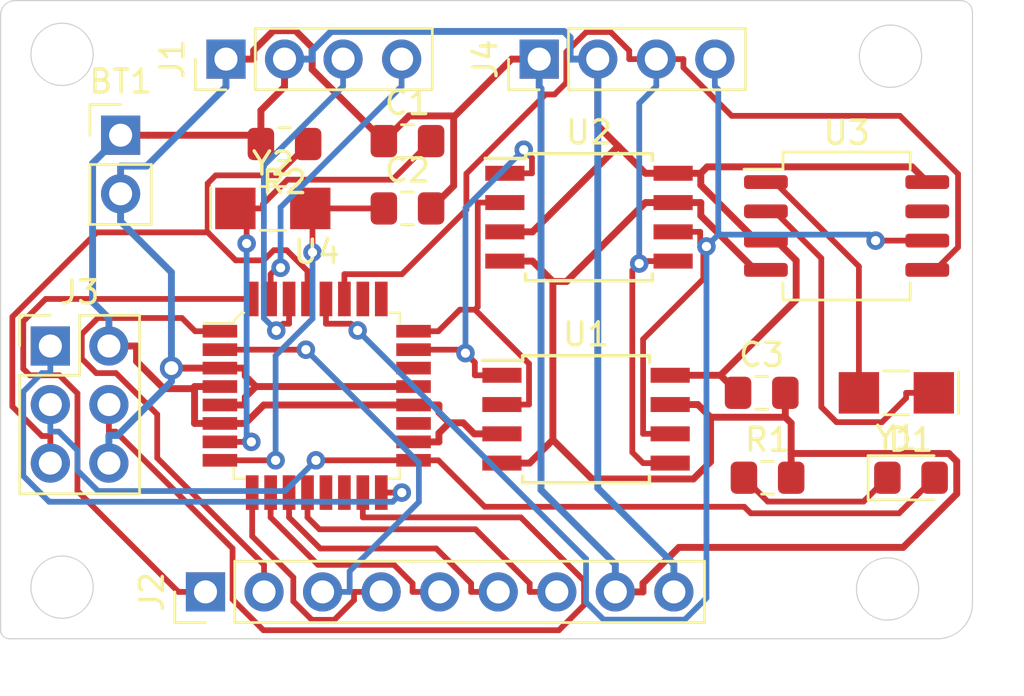
<source format=kicad_pcb>
(kicad_pcb (version 20171130) (host pcbnew 5.1.6-c6e7f7d~86~ubuntu18.04.1)

  (general
    (thickness 1.6)
    (drawings 12)
    (tracks 371)
    (zones 0)
    (modules 17)
    (nets 32)
  )

  (page A4)
  (title_block
    (title arduino-clone)
    (date 2020-06-16)
    (rev v1.0)
    (company SRA)
  )

  (layers
    (0 F.Cu signal)
    (1 In1.Cu power)
    (2 In2.Cu power)
    (31 B.Cu signal)
    (32 B.Adhes user)
    (33 F.Adhes user)
    (34 B.Paste user)
    (35 F.Paste user)
    (36 B.SilkS user)
    (37 F.SilkS user)
    (38 B.Mask user)
    (39 F.Mask user)
    (40 Dwgs.User user)
    (41 Cmts.User user)
    (42 Eco1.User user)
    (43 Eco2.User user)
    (44 Edge.Cuts user)
    (45 Margin user)
    (46 B.CrtYd user)
    (47 F.CrtYd user)
    (48 B.Fab user)
    (49 F.Fab user)
  )

  (setup
    (last_trace_width 0.25)
    (user_trace_width 0.3)
    (trace_clearance 0.2)
    (zone_clearance 0.508)
    (zone_45_only no)
    (trace_min 0.2)
    (via_size 0.8)
    (via_drill 0.4)
    (via_min_size 0.4)
    (via_min_drill 0.3)
    (user_via 1 0.6)
    (uvia_size 0.3)
    (uvia_drill 0.1)
    (uvias_allowed no)
    (uvia_min_size 0.2)
    (uvia_min_drill 0.1)
    (edge_width 0.05)
    (segment_width 0.2)
    (pcb_text_width 0.3)
    (pcb_text_size 1.5 1.5)
    (mod_edge_width 0.12)
    (mod_text_size 1 1)
    (mod_text_width 0.15)
    (pad_size 1.524 1.524)
    (pad_drill 0.762)
    (pad_to_mask_clearance 0.05)
    (aux_axis_origin 0 0)
    (visible_elements FFFFFF7F)
    (pcbplotparams
      (layerselection 0x010fc_ffffffff)
      (usegerberextensions false)
      (usegerberattributes true)
      (usegerberadvancedattributes true)
      (creategerberjobfile true)
      (excludeedgelayer true)
      (linewidth 0.100000)
      (plotframeref false)
      (viasonmask false)
      (mode 1)
      (useauxorigin false)
      (hpglpennumber 1)
      (hpglpenspeed 20)
      (hpglpendiameter 15.000000)
      (psnegative false)
      (psa4output false)
      (plotreference true)
      (plotvalue true)
      (plotinvisibletext false)
      (padsonsilk false)
      (subtractmaskfromsilk false)
      (outputformat 1)
      (mirror false)
      (drillshape 1)
      (scaleselection 1)
      (outputdirectory ""))
  )

  (net 0 "")
  (net 1 /Vcc)
  (net 2 GNDPWR)
  (net 3 "Net-(C1-Pad2)")
  (net 4 "Net-(C2-Pad1)")
  (net 5 "Net-(D1-Pad1)")
  (net 6 /SCK)
  (net 7 /RX)
  (net 8 /TX)
  (net 9 /D2)
  (net 10 /D3)
  (net 11 /D4)
  (net 12 /D5)
  (net 13 /D6)
  (net 14 /D7)
  (net 15 /D8)
  (net 16 /MISO)
  (net 17 /MOSI)
  (net 18 /RESET)
  (net 19 /SCL)
  (net 20 /SDA)
  (net 21 /ADDS2)
  (net 22 /ADDS1)
  (net 23 "Net-(U3-Pad1)")
  (net 24 "Net-(U3-Pad2)")
  (net 25 "Net-(U3-Pad7)")
  (net 26 "Net-(U4-Pad13)")
  (net 27 "Net-(U4-Pad14)")
  (net 28 "Net-(U4-Pad19)")
  (net 29 "Net-(U4-Pad22)")
  (net 30 "Net-(U4-Pad25)")
  (net 31 "Net-(U4-Pad26)")

  (net_class Default "This is the default net class."
    (clearance 0.2)
    (trace_width 0.25)
    (via_dia 0.8)
    (via_drill 0.4)
    (uvia_dia 0.3)
    (uvia_drill 0.1)
    (add_net /ADDS1)
    (add_net /ADDS2)
    (add_net /D2)
    (add_net /D3)
    (add_net /D4)
    (add_net /D5)
    (add_net /D6)
    (add_net /D7)
    (add_net /D8)
    (add_net /MISO)
    (add_net /MOSI)
    (add_net /RESET)
    (add_net /RX)
    (add_net /SCK)
    (add_net /SCL)
    (add_net /SDA)
    (add_net /TX)
    (add_net "Net-(C1-Pad2)")
    (add_net "Net-(C2-Pad1)")
    (add_net "Net-(D1-Pad1)")
    (add_net "Net-(U3-Pad1)")
    (add_net "Net-(U3-Pad2)")
    (add_net "Net-(U3-Pad7)")
    (add_net "Net-(U4-Pad13)")
    (add_net "Net-(U4-Pad14)")
    (add_net "Net-(U4-Pad19)")
    (add_net "Net-(U4-Pad22)")
    (add_net "Net-(U4-Pad25)")
    (add_net "Net-(U4-Pad26)")
  )

  (net_class power ""
    (clearance 0.2)
    (trace_width 0.3)
    (via_dia 1)
    (via_drill 0.6)
    (uvia_dia 0.3)
    (uvia_drill 0.1)
    (add_net /Vcc)
    (add_net GNDPWR)
  )

  (module Connector_PinHeader_2.54mm:PinHeader_1x02_P2.54mm_Vertical (layer F.Cu) (tedit 59FED5CC) (tstamp 5EE94F92)
    (at 108.077 116.967)
    (descr "Through hole straight pin header, 1x02, 2.54mm pitch, single row")
    (tags "Through hole pin header THT 1x02 2.54mm single row")
    (path /5EE57074)
    (fp_text reference BT1 (at 0 -2.33) (layer F.SilkS)
      (effects (font (size 1 1) (thickness 0.15)))
    )
    (fp_text value 3V (at 0 4.87) (layer F.Fab)
      (effects (font (size 1 1) (thickness 0.15)))
    )
    (fp_line (start 1.8 -1.8) (end -1.8 -1.8) (layer F.CrtYd) (width 0.05))
    (fp_line (start 1.8 4.35) (end 1.8 -1.8) (layer F.CrtYd) (width 0.05))
    (fp_line (start -1.8 4.35) (end 1.8 4.35) (layer F.CrtYd) (width 0.05))
    (fp_line (start -1.8 -1.8) (end -1.8 4.35) (layer F.CrtYd) (width 0.05))
    (fp_line (start -1.33 -1.33) (end 0 -1.33) (layer F.SilkS) (width 0.12))
    (fp_line (start -1.33 0) (end -1.33 -1.33) (layer F.SilkS) (width 0.12))
    (fp_line (start -1.33 1.27) (end 1.33 1.27) (layer F.SilkS) (width 0.12))
    (fp_line (start 1.33 1.27) (end 1.33 3.87) (layer F.SilkS) (width 0.12))
    (fp_line (start -1.33 1.27) (end -1.33 3.87) (layer F.SilkS) (width 0.12))
    (fp_line (start -1.33 3.87) (end 1.33 3.87) (layer F.SilkS) (width 0.12))
    (fp_line (start -1.27 -0.635) (end -0.635 -1.27) (layer F.Fab) (width 0.1))
    (fp_line (start -1.27 3.81) (end -1.27 -0.635) (layer F.Fab) (width 0.1))
    (fp_line (start 1.27 3.81) (end -1.27 3.81) (layer F.Fab) (width 0.1))
    (fp_line (start 1.27 -1.27) (end 1.27 3.81) (layer F.Fab) (width 0.1))
    (fp_line (start -0.635 -1.27) (end 1.27 -1.27) (layer F.Fab) (width 0.1))
    (fp_text user %R (at 0 1.27 90) (layer F.Fab)
      (effects (font (size 1 1) (thickness 0.15)))
    )
    (pad 1 thru_hole rect (at 0 0) (size 1.7 1.7) (drill 1) (layers *.Cu *.Mask)
      (net 1 /Vcc))
    (pad 2 thru_hole oval (at 0 2.54) (size 1.7 1.7) (drill 1) (layers *.Cu *.Mask)
      (net 2 GNDPWR))
    (model ${KISYS3DMOD}/Connector_PinHeader_2.54mm.3dshapes/PinHeader_1x02_P2.54mm_Vertical.wrl
      (at (xyz 0 0 0))
      (scale (xyz 1 1 1))
      (rotate (xyz 0 0 0))
    )
  )

  (module Capacitor_SMD:C_0805_2012Metric_Pad1.15x1.40mm_HandSolder (layer F.Cu) (tedit 5B36C52B) (tstamp 5EE94FA3)
    (at 120.523 117.221)
    (descr "Capacitor SMD 0805 (2012 Metric), square (rectangular) end terminal, IPC_7351 nominal with elongated pad for handsoldering. (Body size source: https://docs.google.com/spreadsheets/d/1BsfQQcO9C6DZCsRaXUlFlo91Tg2WpOkGARC1WS5S8t0/edit?usp=sharing), generated with kicad-footprint-generator")
    (tags "capacitor handsolder")
    (path /5EE57A14)
    (attr smd)
    (fp_text reference C1 (at 0 -1.65) (layer F.SilkS)
      (effects (font (size 1 1) (thickness 0.15)))
    )
    (fp_text value 22pF (at 0 1.65) (layer F.Fab)
      (effects (font (size 1 1) (thickness 0.15)))
    )
    (fp_line (start 1.85 0.95) (end -1.85 0.95) (layer F.CrtYd) (width 0.05))
    (fp_line (start 1.85 -0.95) (end 1.85 0.95) (layer F.CrtYd) (width 0.05))
    (fp_line (start -1.85 -0.95) (end 1.85 -0.95) (layer F.CrtYd) (width 0.05))
    (fp_line (start -1.85 0.95) (end -1.85 -0.95) (layer F.CrtYd) (width 0.05))
    (fp_line (start -0.261252 0.71) (end 0.261252 0.71) (layer F.SilkS) (width 0.12))
    (fp_line (start -0.261252 -0.71) (end 0.261252 -0.71) (layer F.SilkS) (width 0.12))
    (fp_line (start 1 0.6) (end -1 0.6) (layer F.Fab) (width 0.1))
    (fp_line (start 1 -0.6) (end 1 0.6) (layer F.Fab) (width 0.1))
    (fp_line (start -1 -0.6) (end 1 -0.6) (layer F.Fab) (width 0.1))
    (fp_line (start -1 0.6) (end -1 -0.6) (layer F.Fab) (width 0.1))
    (fp_text user %R (at 0 0) (layer F.Fab)
      (effects (font (size 0.5 0.5) (thickness 0.08)))
    )
    (pad 1 smd roundrect (at -1.025 0) (size 1.15 1.4) (layers F.Cu F.Paste F.Mask) (roundrect_rratio 0.217391)
      (net 2 GNDPWR))
    (pad 2 smd roundrect (at 1.025 0) (size 1.15 1.4) (layers F.Cu F.Paste F.Mask) (roundrect_rratio 0.217391)
      (net 3 "Net-(C1-Pad2)"))
    (model ${KISYS3DMOD}/Capacitor_SMD.3dshapes/C_0805_2012Metric.wrl
      (at (xyz 0 0 0))
      (scale (xyz 1 1 1))
      (rotate (xyz 0 0 0))
    )
  )

  (module Capacitor_SMD:C_0805_2012Metric_Pad1.15x1.40mm_HandSolder (layer F.Cu) (tedit 5B36C52B) (tstamp 5EE94FB4)
    (at 120.523 120.142)
    (descr "Capacitor SMD 0805 (2012 Metric), square (rectangular) end terminal, IPC_7351 nominal with elongated pad for handsoldering. (Body size source: https://docs.google.com/spreadsheets/d/1BsfQQcO9C6DZCsRaXUlFlo91Tg2WpOkGARC1WS5S8t0/edit?usp=sharing), generated with kicad-footprint-generator")
    (tags "capacitor handsolder")
    (path /5EE573CD)
    (attr smd)
    (fp_text reference C2 (at 0 -1.65) (layer F.SilkS)
      (effects (font (size 1 1) (thickness 0.15)))
    )
    (fp_text value 22pF (at 0 1.65) (layer F.Fab)
      (effects (font (size 1 1) (thickness 0.15)))
    )
    (fp_line (start 1.85 0.95) (end -1.85 0.95) (layer F.CrtYd) (width 0.05))
    (fp_line (start 1.85 -0.95) (end 1.85 0.95) (layer F.CrtYd) (width 0.05))
    (fp_line (start -1.85 -0.95) (end 1.85 -0.95) (layer F.CrtYd) (width 0.05))
    (fp_line (start -1.85 0.95) (end -1.85 -0.95) (layer F.CrtYd) (width 0.05))
    (fp_line (start -0.261252 0.71) (end 0.261252 0.71) (layer F.SilkS) (width 0.12))
    (fp_line (start -0.261252 -0.71) (end 0.261252 -0.71) (layer F.SilkS) (width 0.12))
    (fp_line (start 1 0.6) (end -1 0.6) (layer F.Fab) (width 0.1))
    (fp_line (start 1 -0.6) (end 1 0.6) (layer F.Fab) (width 0.1))
    (fp_line (start -1 -0.6) (end 1 -0.6) (layer F.Fab) (width 0.1))
    (fp_line (start -1 0.6) (end -1 -0.6) (layer F.Fab) (width 0.1))
    (fp_text user %R (at 0 0) (layer F.Fab)
      (effects (font (size 0.5 0.5) (thickness 0.08)))
    )
    (pad 1 smd roundrect (at -1.025 0) (size 1.15 1.4) (layers F.Cu F.Paste F.Mask) (roundrect_rratio 0.217391)
      (net 4 "Net-(C2-Pad1)"))
    (pad 2 smd roundrect (at 1.025 0) (size 1.15 1.4) (layers F.Cu F.Paste F.Mask) (roundrect_rratio 0.217391)
      (net 2 GNDPWR))
    (model ${KISYS3DMOD}/Capacitor_SMD.3dshapes/C_0805_2012Metric.wrl
      (at (xyz 0 0 0))
      (scale (xyz 1 1 1))
      (rotate (xyz 0 0 0))
    )
  )

  (module Capacitor_SMD:C_0805_2012Metric_Pad1.15x1.40mm_HandSolder (layer F.Cu) (tedit 5B36C52B) (tstamp 5EE94FC5)
    (at 135.89 128.143)
    (descr "Capacitor SMD 0805 (2012 Metric), square (rectangular) end terminal, IPC_7351 nominal with elongated pad for handsoldering. (Body size source: https://docs.google.com/spreadsheets/d/1BsfQQcO9C6DZCsRaXUlFlo91Tg2WpOkGARC1WS5S8t0/edit?usp=sharing), generated with kicad-footprint-generator")
    (tags "capacitor handsolder")
    (path /5EE5773A)
    (attr smd)
    (fp_text reference C3 (at 0 -1.65) (layer F.SilkS)
      (effects (font (size 1 1) (thickness 0.15)))
    )
    (fp_text value 10uF (at 0 1.65) (layer F.Fab)
      (effects (font (size 1 1) (thickness 0.15)))
    )
    (fp_text user %R (at 0 0) (layer F.Fab)
      (effects (font (size 0.5 0.5) (thickness 0.08)))
    )
    (fp_line (start -1 0.6) (end -1 -0.6) (layer F.Fab) (width 0.1))
    (fp_line (start -1 -0.6) (end 1 -0.6) (layer F.Fab) (width 0.1))
    (fp_line (start 1 -0.6) (end 1 0.6) (layer F.Fab) (width 0.1))
    (fp_line (start 1 0.6) (end -1 0.6) (layer F.Fab) (width 0.1))
    (fp_line (start -0.261252 -0.71) (end 0.261252 -0.71) (layer F.SilkS) (width 0.12))
    (fp_line (start -0.261252 0.71) (end 0.261252 0.71) (layer F.SilkS) (width 0.12))
    (fp_line (start -1.85 0.95) (end -1.85 -0.95) (layer F.CrtYd) (width 0.05))
    (fp_line (start -1.85 -0.95) (end 1.85 -0.95) (layer F.CrtYd) (width 0.05))
    (fp_line (start 1.85 -0.95) (end 1.85 0.95) (layer F.CrtYd) (width 0.05))
    (fp_line (start 1.85 0.95) (end -1.85 0.95) (layer F.CrtYd) (width 0.05))
    (pad 2 smd roundrect (at 1.025 0) (size 1.15 1.4) (layers F.Cu F.Paste F.Mask) (roundrect_rratio 0.217391)
      (net 2 GNDPWR))
    (pad 1 smd roundrect (at -1.025 0) (size 1.15 1.4) (layers F.Cu F.Paste F.Mask) (roundrect_rratio 0.217391)
      (net 1 /Vcc))
    (model ${KISYS3DMOD}/Capacitor_SMD.3dshapes/C_0805_2012Metric.wrl
      (at (xyz 0 0 0))
      (scale (xyz 1 1 1))
      (rotate (xyz 0 0 0))
    )
  )

  (module LED_SMD:LED_0805_2012Metric_Pad1.15x1.40mm_HandSolder (layer F.Cu) (tedit 5B4B45C9) (tstamp 5EE94FD8)
    (at 142.367 131.826)
    (descr "LED SMD 0805 (2012 Metric), square (rectangular) end terminal, IPC_7351 nominal, (Body size source: https://docs.google.com/spreadsheets/d/1BsfQQcO9C6DZCsRaXUlFlo91Tg2WpOkGARC1WS5S8t0/edit?usp=sharing), generated with kicad-footprint-generator")
    (tags "LED handsolder")
    (path /5EE57CDF)
    (attr smd)
    (fp_text reference D1 (at 0 -1.65) (layer F.SilkS)
      (effects (font (size 1 1) (thickness 0.15)))
    )
    (fp_text value LED (at 0 1.65) (layer F.Fab)
      (effects (font (size 1 1) (thickness 0.15)))
    )
    (fp_line (start 1.85 0.95) (end -1.85 0.95) (layer F.CrtYd) (width 0.05))
    (fp_line (start 1.85 -0.95) (end 1.85 0.95) (layer F.CrtYd) (width 0.05))
    (fp_line (start -1.85 -0.95) (end 1.85 -0.95) (layer F.CrtYd) (width 0.05))
    (fp_line (start -1.85 0.95) (end -1.85 -0.95) (layer F.CrtYd) (width 0.05))
    (fp_line (start -1.86 0.96) (end 1 0.96) (layer F.SilkS) (width 0.12))
    (fp_line (start -1.86 -0.96) (end -1.86 0.96) (layer F.SilkS) (width 0.12))
    (fp_line (start 1 -0.96) (end -1.86 -0.96) (layer F.SilkS) (width 0.12))
    (fp_line (start 1 0.6) (end 1 -0.6) (layer F.Fab) (width 0.1))
    (fp_line (start -1 0.6) (end 1 0.6) (layer F.Fab) (width 0.1))
    (fp_line (start -1 -0.3) (end -1 0.6) (layer F.Fab) (width 0.1))
    (fp_line (start -0.7 -0.6) (end -1 -0.3) (layer F.Fab) (width 0.1))
    (fp_line (start 1 -0.6) (end -0.7 -0.6) (layer F.Fab) (width 0.1))
    (fp_text user %R (at 0 0) (layer F.Fab)
      (effects (font (size 0.5 0.5) (thickness 0.08)))
    )
    (pad 1 smd roundrect (at -1.025 0) (size 1.15 1.4) (layers F.Cu F.Paste F.Mask) (roundrect_rratio 0.217391)
      (net 5 "Net-(D1-Pad1)"))
    (pad 2 smd roundrect (at 1.025 0) (size 1.15 1.4) (layers F.Cu F.Paste F.Mask) (roundrect_rratio 0.217391)
      (net 6 /SCK))
    (model ${KISYS3DMOD}/LED_SMD.3dshapes/LED_0805_2012Metric.wrl
      (at (xyz 0 0 0))
      (scale (xyz 1 1 1))
      (rotate (xyz 0 0 0))
    )
  )

  (module Connector_PinHeader_2.54mm:PinHeader_1x04_P2.54mm_Vertical (layer F.Cu) (tedit 59FED5CC) (tstamp 5EE94FF0)
    (at 112.649 113.665 90)
    (descr "Through hole straight pin header, 1x04, 2.54mm pitch, single row")
    (tags "Through hole pin header THT 1x04 2.54mm single row")
    (path /5EE59D89/5EE5AF59)
    (fp_text reference J1 (at 0 -2.33 90) (layer F.SilkS)
      (effects (font (size 1 1) (thickness 0.15)))
    )
    (fp_text value Serial (at 0 9.95 90) (layer F.Fab)
      (effects (font (size 1 1) (thickness 0.15)))
    )
    (fp_line (start 1.8 -1.8) (end -1.8 -1.8) (layer F.CrtYd) (width 0.05))
    (fp_line (start 1.8 9.4) (end 1.8 -1.8) (layer F.CrtYd) (width 0.05))
    (fp_line (start -1.8 9.4) (end 1.8 9.4) (layer F.CrtYd) (width 0.05))
    (fp_line (start -1.8 -1.8) (end -1.8 9.4) (layer F.CrtYd) (width 0.05))
    (fp_line (start -1.33 -1.33) (end 0 -1.33) (layer F.SilkS) (width 0.12))
    (fp_line (start -1.33 0) (end -1.33 -1.33) (layer F.SilkS) (width 0.12))
    (fp_line (start -1.33 1.27) (end 1.33 1.27) (layer F.SilkS) (width 0.12))
    (fp_line (start 1.33 1.27) (end 1.33 8.95) (layer F.SilkS) (width 0.12))
    (fp_line (start -1.33 1.27) (end -1.33 8.95) (layer F.SilkS) (width 0.12))
    (fp_line (start -1.33 8.95) (end 1.33 8.95) (layer F.SilkS) (width 0.12))
    (fp_line (start -1.27 -0.635) (end -0.635 -1.27) (layer F.Fab) (width 0.1))
    (fp_line (start -1.27 8.89) (end -1.27 -0.635) (layer F.Fab) (width 0.1))
    (fp_line (start 1.27 8.89) (end -1.27 8.89) (layer F.Fab) (width 0.1))
    (fp_line (start 1.27 -1.27) (end 1.27 8.89) (layer F.Fab) (width 0.1))
    (fp_line (start -0.635 -1.27) (end 1.27 -1.27) (layer F.Fab) (width 0.1))
    (fp_text user %R (at 0 3.81) (layer F.Fab)
      (effects (font (size 1 1) (thickness 0.15)))
    )
    (pad 1 thru_hole rect (at 0 0 90) (size 1.7 1.7) (drill 1) (layers *.Cu *.Mask)
      (net 2 GNDPWR))
    (pad 2 thru_hole oval (at 0 2.54 90) (size 1.7 1.7) (drill 1) (layers *.Cu *.Mask)
      (net 1 /Vcc))
    (pad 3 thru_hole oval (at 0 5.08 90) (size 1.7 1.7) (drill 1) (layers *.Cu *.Mask)
      (net 7 /RX))
    (pad 4 thru_hole oval (at 0 7.62 90) (size 1.7 1.7) (drill 1) (layers *.Cu *.Mask)
      (net 8 /TX))
    (model ${KISYS3DMOD}/Connector_PinHeader_2.54mm.3dshapes/PinHeader_1x04_P2.54mm_Vertical.wrl
      (at (xyz 0 0 0))
      (scale (xyz 1 1 1))
      (rotate (xyz 0 0 0))
    )
  )

  (module Connector_PinHeader_2.54mm:PinHeader_1x09_P2.54mm_Vertical (layer F.Cu) (tedit 59FED5CC) (tstamp 5EE9500D)
    (at 111.76 136.779 90)
    (descr "Through hole straight pin header, 1x09, 2.54mm pitch, single row")
    (tags "Through hole pin header THT 1x09 2.54mm single row")
    (path /5EE59D89/5EE5A517)
    (fp_text reference J2 (at 0 -2.33 90) (layer F.SilkS)
      (effects (font (size 1 1) (thickness 0.15)))
    )
    (fp_text value "Digital Pins" (at 0 22.65 90) (layer F.Fab)
      (effects (font (size 1 1) (thickness 0.15)))
    )
    (fp_line (start 1.8 -1.8) (end -1.8 -1.8) (layer F.CrtYd) (width 0.05))
    (fp_line (start 1.8 22.1) (end 1.8 -1.8) (layer F.CrtYd) (width 0.05))
    (fp_line (start -1.8 22.1) (end 1.8 22.1) (layer F.CrtYd) (width 0.05))
    (fp_line (start -1.8 -1.8) (end -1.8 22.1) (layer F.CrtYd) (width 0.05))
    (fp_line (start -1.33 -1.33) (end 0 -1.33) (layer F.SilkS) (width 0.12))
    (fp_line (start -1.33 0) (end -1.33 -1.33) (layer F.SilkS) (width 0.12))
    (fp_line (start -1.33 1.27) (end 1.33 1.27) (layer F.SilkS) (width 0.12))
    (fp_line (start 1.33 1.27) (end 1.33 21.65) (layer F.SilkS) (width 0.12))
    (fp_line (start -1.33 1.27) (end -1.33 21.65) (layer F.SilkS) (width 0.12))
    (fp_line (start -1.33 21.65) (end 1.33 21.65) (layer F.SilkS) (width 0.12))
    (fp_line (start -1.27 -0.635) (end -0.635 -1.27) (layer F.Fab) (width 0.1))
    (fp_line (start -1.27 21.59) (end -1.27 -0.635) (layer F.Fab) (width 0.1))
    (fp_line (start 1.27 21.59) (end -1.27 21.59) (layer F.Fab) (width 0.1))
    (fp_line (start 1.27 -1.27) (end 1.27 21.59) (layer F.Fab) (width 0.1))
    (fp_line (start -0.635 -1.27) (end 1.27 -1.27) (layer F.Fab) (width 0.1))
    (fp_text user %R (at 0 10.16) (layer F.Fab)
      (effects (font (size 1 1) (thickness 0.15)))
    )
    (pad 1 thru_hole rect (at 0 0 90) (size 1.7 1.7) (drill 1) (layers *.Cu *.Mask)
      (net 9 /D2))
    (pad 2 thru_hole oval (at 0 2.54 90) (size 1.7 1.7) (drill 1) (layers *.Cu *.Mask)
      (net 10 /D3))
    (pad 3 thru_hole oval (at 0 5.08 90) (size 1.7 1.7) (drill 1) (layers *.Cu *.Mask)
      (net 11 /D4))
    (pad 4 thru_hole oval (at 0 7.62 90) (size 1.7 1.7) (drill 1) (layers *.Cu *.Mask)
      (net 12 /D5))
    (pad 5 thru_hole oval (at 0 10.16 90) (size 1.7 1.7) (drill 1) (layers *.Cu *.Mask)
      (net 13 /D6))
    (pad 6 thru_hole oval (at 0 12.7 90) (size 1.7 1.7) (drill 1) (layers *.Cu *.Mask)
      (net 14 /D7))
    (pad 7 thru_hole oval (at 0 15.24 90) (size 1.7 1.7) (drill 1) (layers *.Cu *.Mask)
      (net 15 /D8))
    (pad 8 thru_hole oval (at 0 17.78 90) (size 1.7 1.7) (drill 1) (layers *.Cu *.Mask)
      (net 2 GNDPWR))
    (pad 9 thru_hole oval (at 0 20.32 90) (size 1.7 1.7) (drill 1) (layers *.Cu *.Mask)
      (net 1 /Vcc))
    (model ${KISYS3DMOD}/Connector_PinHeader_2.54mm.3dshapes/PinHeader_1x09_P2.54mm_Vertical.wrl
      (at (xyz 0 0 0))
      (scale (xyz 1 1 1))
      (rotate (xyz 0 0 0))
    )
  )

  (module Connector_PinHeader_2.54mm:PinHeader_2x03_P2.54mm_Vertical (layer F.Cu) (tedit 59FED5CC) (tstamp 5EE95029)
    (at 105.029 126.111)
    (descr "Through hole straight pin header, 2x03, 2.54mm pitch, double rows")
    (tags "Through hole pin header THT 2x03 2.54mm double row")
    (path /5EE59D89/5EE5ADAE)
    (fp_text reference J3 (at 1.27 -2.33) (layer F.SilkS)
      (effects (font (size 1 1) (thickness 0.15)))
    )
    (fp_text value ICSP (at 1.27 7.41) (layer F.Fab)
      (effects (font (size 1 1) (thickness 0.15)))
    )
    (fp_line (start 4.35 -1.8) (end -1.8 -1.8) (layer F.CrtYd) (width 0.05))
    (fp_line (start 4.35 6.85) (end 4.35 -1.8) (layer F.CrtYd) (width 0.05))
    (fp_line (start -1.8 6.85) (end 4.35 6.85) (layer F.CrtYd) (width 0.05))
    (fp_line (start -1.8 -1.8) (end -1.8 6.85) (layer F.CrtYd) (width 0.05))
    (fp_line (start -1.33 -1.33) (end 0 -1.33) (layer F.SilkS) (width 0.12))
    (fp_line (start -1.33 0) (end -1.33 -1.33) (layer F.SilkS) (width 0.12))
    (fp_line (start 1.27 -1.33) (end 3.87 -1.33) (layer F.SilkS) (width 0.12))
    (fp_line (start 1.27 1.27) (end 1.27 -1.33) (layer F.SilkS) (width 0.12))
    (fp_line (start -1.33 1.27) (end 1.27 1.27) (layer F.SilkS) (width 0.12))
    (fp_line (start 3.87 -1.33) (end 3.87 6.41) (layer F.SilkS) (width 0.12))
    (fp_line (start -1.33 1.27) (end -1.33 6.41) (layer F.SilkS) (width 0.12))
    (fp_line (start -1.33 6.41) (end 3.87 6.41) (layer F.SilkS) (width 0.12))
    (fp_line (start -1.27 0) (end 0 -1.27) (layer F.Fab) (width 0.1))
    (fp_line (start -1.27 6.35) (end -1.27 0) (layer F.Fab) (width 0.1))
    (fp_line (start 3.81 6.35) (end -1.27 6.35) (layer F.Fab) (width 0.1))
    (fp_line (start 3.81 -1.27) (end 3.81 6.35) (layer F.Fab) (width 0.1))
    (fp_line (start 0 -1.27) (end 3.81 -1.27) (layer F.Fab) (width 0.1))
    (fp_text user %R (at 1.27 2.54 90) (layer F.Fab)
      (effects (font (size 1 1) (thickness 0.15)))
    )
    (pad 1 thru_hole rect (at 0 0) (size 1.7 1.7) (drill 1) (layers *.Cu *.Mask)
      (net 16 /MISO))
    (pad 2 thru_hole oval (at 2.54 0) (size 1.7 1.7) (drill 1) (layers *.Cu *.Mask)
      (net 1 /Vcc))
    (pad 3 thru_hole oval (at 0 2.54) (size 1.7 1.7) (drill 1) (layers *.Cu *.Mask)
      (net 6 /SCK))
    (pad 4 thru_hole oval (at 2.54 2.54) (size 1.7 1.7) (drill 1) (layers *.Cu *.Mask)
      (net 17 /MOSI))
    (pad 5 thru_hole oval (at 0 5.08) (size 1.7 1.7) (drill 1) (layers *.Cu *.Mask)
      (net 18 /RESET))
    (pad 6 thru_hole oval (at 2.54 5.08) (size 1.7 1.7) (drill 1) (layers *.Cu *.Mask)
      (net 2 GNDPWR))
    (model ${KISYS3DMOD}/Connector_PinHeader_2.54mm.3dshapes/PinHeader_2x03_P2.54mm_Vertical.wrl
      (at (xyz 0 0 0))
      (scale (xyz 1 1 1))
      (rotate (xyz 0 0 0))
    )
  )

  (module Connector_PinHeader_2.54mm:PinHeader_1x04_P2.54mm_Vertical (layer F.Cu) (tedit 59FED5CC) (tstamp 5EE95041)
    (at 126.238 113.665 90)
    (descr "Through hole straight pin header, 1x04, 2.54mm pitch, single row")
    (tags "Through hole pin header THT 1x04 2.54mm single row")
    (path /5EE59D89/5EE5A90B)
    (fp_text reference J4 (at 0 -2.33 90) (layer F.SilkS)
      (effects (font (size 1 1) (thickness 0.15)))
    )
    (fp_text value I2C (at 0 9.95 90) (layer F.Fab)
      (effects (font (size 1 1) (thickness 0.15)))
    )
    (fp_text user %R (at 0 3.81) (layer F.Fab)
      (effects (font (size 1 1) (thickness 0.15)))
    )
    (fp_line (start -0.635 -1.27) (end 1.27 -1.27) (layer F.Fab) (width 0.1))
    (fp_line (start 1.27 -1.27) (end 1.27 8.89) (layer F.Fab) (width 0.1))
    (fp_line (start 1.27 8.89) (end -1.27 8.89) (layer F.Fab) (width 0.1))
    (fp_line (start -1.27 8.89) (end -1.27 -0.635) (layer F.Fab) (width 0.1))
    (fp_line (start -1.27 -0.635) (end -0.635 -1.27) (layer F.Fab) (width 0.1))
    (fp_line (start -1.33 8.95) (end 1.33 8.95) (layer F.SilkS) (width 0.12))
    (fp_line (start -1.33 1.27) (end -1.33 8.95) (layer F.SilkS) (width 0.12))
    (fp_line (start 1.33 1.27) (end 1.33 8.95) (layer F.SilkS) (width 0.12))
    (fp_line (start -1.33 1.27) (end 1.33 1.27) (layer F.SilkS) (width 0.12))
    (fp_line (start -1.33 0) (end -1.33 -1.33) (layer F.SilkS) (width 0.12))
    (fp_line (start -1.33 -1.33) (end 0 -1.33) (layer F.SilkS) (width 0.12))
    (fp_line (start -1.8 -1.8) (end -1.8 9.4) (layer F.CrtYd) (width 0.05))
    (fp_line (start -1.8 9.4) (end 1.8 9.4) (layer F.CrtYd) (width 0.05))
    (fp_line (start 1.8 9.4) (end 1.8 -1.8) (layer F.CrtYd) (width 0.05))
    (fp_line (start 1.8 -1.8) (end -1.8 -1.8) (layer F.CrtYd) (width 0.05))
    (pad 4 thru_hole oval (at 0 7.62 90) (size 1.7 1.7) (drill 1) (layers *.Cu *.Mask)
      (net 19 /SCL))
    (pad 3 thru_hole oval (at 0 5.08 90) (size 1.7 1.7) (drill 1) (layers *.Cu *.Mask)
      (net 20 /SDA))
    (pad 2 thru_hole oval (at 0 2.54 90) (size 1.7 1.7) (drill 1) (layers *.Cu *.Mask)
      (net 1 /Vcc))
    (pad 1 thru_hole rect (at 0 0 90) (size 1.7 1.7) (drill 1) (layers *.Cu *.Mask)
      (net 2 GNDPWR))
    (model ${KISYS3DMOD}/Connector_PinHeader_2.54mm.3dshapes/PinHeader_1x04_P2.54mm_Vertical.wrl
      (at (xyz 0 0 0))
      (scale (xyz 1 1 1))
      (rotate (xyz 0 0 0))
    )
  )

  (module Resistor_SMD:R_0805_2012Metric_Pad1.15x1.40mm_HandSolder (layer F.Cu) (tedit 5B36C52B) (tstamp 5EE95052)
    (at 136.144 131.826)
    (descr "Resistor SMD 0805 (2012 Metric), square (rectangular) end terminal, IPC_7351 nominal with elongated pad for handsoldering. (Body size source: https://docs.google.com/spreadsheets/d/1BsfQQcO9C6DZCsRaXUlFlo91Tg2WpOkGARC1WS5S8t0/edit?usp=sharing), generated with kicad-footprint-generator")
    (tags "resistor handsolder")
    (path /5EE581EB)
    (attr smd)
    (fp_text reference R1 (at 0 -1.65) (layer F.SilkS)
      (effects (font (size 1 1) (thickness 0.15)))
    )
    (fp_text value 330Ohm (at 0 1.65) (layer F.Fab)
      (effects (font (size 1 1) (thickness 0.15)))
    )
    (fp_line (start 1.85 0.95) (end -1.85 0.95) (layer F.CrtYd) (width 0.05))
    (fp_line (start 1.85 -0.95) (end 1.85 0.95) (layer F.CrtYd) (width 0.05))
    (fp_line (start -1.85 -0.95) (end 1.85 -0.95) (layer F.CrtYd) (width 0.05))
    (fp_line (start -1.85 0.95) (end -1.85 -0.95) (layer F.CrtYd) (width 0.05))
    (fp_line (start -0.261252 0.71) (end 0.261252 0.71) (layer F.SilkS) (width 0.12))
    (fp_line (start -0.261252 -0.71) (end 0.261252 -0.71) (layer F.SilkS) (width 0.12))
    (fp_line (start 1 0.6) (end -1 0.6) (layer F.Fab) (width 0.1))
    (fp_line (start 1 -0.6) (end 1 0.6) (layer F.Fab) (width 0.1))
    (fp_line (start -1 -0.6) (end 1 -0.6) (layer F.Fab) (width 0.1))
    (fp_line (start -1 0.6) (end -1 -0.6) (layer F.Fab) (width 0.1))
    (fp_text user %R (at 0 0) (layer F.Fab)
      (effects (font (size 0.5 0.5) (thickness 0.08)))
    )
    (pad 1 smd roundrect (at -1.025 0) (size 1.15 1.4) (layers F.Cu F.Paste F.Mask) (roundrect_rratio 0.217391)
      (net 5 "Net-(D1-Pad1)"))
    (pad 2 smd roundrect (at 1.025 0) (size 1.15 1.4) (layers F.Cu F.Paste F.Mask) (roundrect_rratio 0.217391)
      (net 2 GNDPWR))
    (model ${KISYS3DMOD}/Resistor_SMD.3dshapes/R_0805_2012Metric.wrl
      (at (xyz 0 0 0))
      (scale (xyz 1 1 1))
      (rotate (xyz 0 0 0))
    )
  )

  (module Resistor_SMD:R_0805_2012Metric_Pad1.15x1.40mm_HandSolder (layer F.Cu) (tedit 5B36C52B) (tstamp 5EE95063)
    (at 115.189 117.348 180)
    (descr "Resistor SMD 0805 (2012 Metric), square (rectangular) end terminal, IPC_7351 nominal with elongated pad for handsoldering. (Body size source: https://docs.google.com/spreadsheets/d/1BsfQQcO9C6DZCsRaXUlFlo91Tg2WpOkGARC1WS5S8t0/edit?usp=sharing), generated with kicad-footprint-generator")
    (tags "resistor handsolder")
    (path /5EE8EF4E)
    (attr smd)
    (fp_text reference R2 (at 0 -1.65) (layer F.SilkS)
      (effects (font (size 1 1) (thickness 0.15)))
    )
    (fp_text value 10kOhm (at 0 1.65) (layer F.Fab)
      (effects (font (size 1 1) (thickness 0.15)))
    )
    (fp_text user %R (at 0 0) (layer F.Fab)
      (effects (font (size 0.5 0.5) (thickness 0.08)))
    )
    (fp_line (start -1 0.6) (end -1 -0.6) (layer F.Fab) (width 0.1))
    (fp_line (start -1 -0.6) (end 1 -0.6) (layer F.Fab) (width 0.1))
    (fp_line (start 1 -0.6) (end 1 0.6) (layer F.Fab) (width 0.1))
    (fp_line (start 1 0.6) (end -1 0.6) (layer F.Fab) (width 0.1))
    (fp_line (start -0.261252 -0.71) (end 0.261252 -0.71) (layer F.SilkS) (width 0.12))
    (fp_line (start -0.261252 0.71) (end 0.261252 0.71) (layer F.SilkS) (width 0.12))
    (fp_line (start -1.85 0.95) (end -1.85 -0.95) (layer F.CrtYd) (width 0.05))
    (fp_line (start -1.85 -0.95) (end 1.85 -0.95) (layer F.CrtYd) (width 0.05))
    (fp_line (start 1.85 -0.95) (end 1.85 0.95) (layer F.CrtYd) (width 0.05))
    (fp_line (start 1.85 0.95) (end -1.85 0.95) (layer F.CrtYd) (width 0.05))
    (pad 2 smd roundrect (at 1.025 0 180) (size 1.15 1.4) (layers F.Cu F.Paste F.Mask) (roundrect_rratio 0.217391)
      (net 1 /Vcc))
    (pad 1 smd roundrect (at -1.025 0 180) (size 1.15 1.4) (layers F.Cu F.Paste F.Mask) (roundrect_rratio 0.217391)
      (net 18 /RESET))
    (model ${KISYS3DMOD}/Resistor_SMD.3dshapes/R_0805_2012Metric.wrl
      (at (xyz 0 0 0))
      (scale (xyz 1 1 1))
      (rotate (xyz 0 0 0))
    )
  )

  (module Package_SO:SOIJ-8_5.3x5.3mm_P1.27mm (layer F.Cu) (tedit 5A02F2D3) (tstamp 5EE95080)
    (at 128.27 129.286)
    (descr "8-Lead Plastic Small Outline (SM) - Medium, 5.28 mm Body [SOIC] (see Microchip Packaging Specification 00000049BS.pdf)")
    (tags "SOIC 1.27")
    (path /5EE633DF)
    (attr smd)
    (fp_text reference U1 (at 0 -3.68) (layer F.SilkS)
      (effects (font (size 1 1) (thickness 0.15)))
    )
    (fp_text value 24LC1025 (at 0 3.68) (layer F.Fab)
      (effects (font (size 1 1) (thickness 0.15)))
    )
    (fp_text user %R (at 0 0) (layer F.Fab)
      (effects (font (size 1 1) (thickness 0.15)))
    )
    (fp_line (start -1.65 -2.65) (end 2.65 -2.65) (layer F.Fab) (width 0.15))
    (fp_line (start 2.65 -2.65) (end 2.65 2.65) (layer F.Fab) (width 0.15))
    (fp_line (start 2.65 2.65) (end -2.65 2.65) (layer F.Fab) (width 0.15))
    (fp_line (start -2.65 2.65) (end -2.65 -1.65) (layer F.Fab) (width 0.15))
    (fp_line (start -2.65 -1.65) (end -1.65 -2.65) (layer F.Fab) (width 0.15))
    (fp_line (start -4.75 -2.95) (end -4.75 2.95) (layer F.CrtYd) (width 0.05))
    (fp_line (start 4.75 -2.95) (end 4.75 2.95) (layer F.CrtYd) (width 0.05))
    (fp_line (start -4.75 -2.95) (end 4.75 -2.95) (layer F.CrtYd) (width 0.05))
    (fp_line (start -4.75 2.95) (end 4.75 2.95) (layer F.CrtYd) (width 0.05))
    (fp_line (start -2.75 -2.755) (end -2.75 -2.55) (layer F.SilkS) (width 0.15))
    (fp_line (start 2.75 -2.755) (end 2.75 -2.455) (layer F.SilkS) (width 0.15))
    (fp_line (start 2.75 2.755) (end 2.75 2.455) (layer F.SilkS) (width 0.15))
    (fp_line (start -2.75 2.755) (end -2.75 2.455) (layer F.SilkS) (width 0.15))
    (fp_line (start -2.75 -2.755) (end 2.75 -2.755) (layer F.SilkS) (width 0.15))
    (fp_line (start -2.75 2.755) (end 2.75 2.755) (layer F.SilkS) (width 0.15))
    (fp_line (start -2.75 -2.55) (end -4.5 -2.55) (layer F.SilkS) (width 0.15))
    (pad 8 smd rect (at 3.65 -1.905) (size 1.7 0.65) (layers F.Cu F.Paste F.Mask)
      (net 1 /Vcc))
    (pad 7 smd rect (at 3.65 -0.635) (size 1.7 0.65) (layers F.Cu F.Paste F.Mask)
      (net 2 GNDPWR))
    (pad 6 smd rect (at 3.65 0.635) (size 1.7 0.65) (layers F.Cu F.Paste F.Mask)
      (net 19 /SCL))
    (pad 5 smd rect (at 3.65 1.905) (size 1.7 0.65) (layers F.Cu F.Paste F.Mask)
      (net 20 /SDA))
    (pad 4 smd rect (at -3.65 1.905) (size 1.7 0.65) (layers F.Cu F.Paste F.Mask)
      (net 2 GNDPWR))
    (pad 3 smd rect (at -3.65 0.635) (size 1.7 0.65) (layers F.Cu F.Paste F.Mask)
      (net 1 /Vcc))
    (pad 2 smd rect (at -3.65 -0.635) (size 1.7 0.65) (layers F.Cu F.Paste F.Mask)
      (net 21 /ADDS2))
    (pad 1 smd rect (at -3.65 -1.905) (size 1.7 0.65) (layers F.Cu F.Paste F.Mask)
      (net 22 /ADDS1))
    (model ${KISYS3DMOD}/Package_SO.3dshapes/SOIJ-8_5.3x5.3mm_P1.27mm.wrl
      (at (xyz 0 0 0))
      (scale (xyz 1 1 1))
      (rotate (xyz 0 0 0))
    )
  )

  (module Package_SO:SOIJ-8_5.3x5.3mm_P1.27mm (layer F.Cu) (tedit 5A02F2D3) (tstamp 5EE9509D)
    (at 128.397 120.523)
    (descr "8-Lead Plastic Small Outline (SM) - Medium, 5.28 mm Body [SOIC] (see Microchip Packaging Specification 00000049BS.pdf)")
    (tags "SOIC 1.27")
    (path /5EE58CDC)
    (attr smd)
    (fp_text reference U2 (at 0 -3.68) (layer F.SilkS)
      (effects (font (size 1 1) (thickness 0.15)))
    )
    (fp_text value 24LC1025 (at 0 3.68) (layer F.Fab)
      (effects (font (size 1 1) (thickness 0.15)))
    )
    (fp_line (start -2.75 -2.55) (end -4.5 -2.55) (layer F.SilkS) (width 0.15))
    (fp_line (start -2.75 2.755) (end 2.75 2.755) (layer F.SilkS) (width 0.15))
    (fp_line (start -2.75 -2.755) (end 2.75 -2.755) (layer F.SilkS) (width 0.15))
    (fp_line (start -2.75 2.755) (end -2.75 2.455) (layer F.SilkS) (width 0.15))
    (fp_line (start 2.75 2.755) (end 2.75 2.455) (layer F.SilkS) (width 0.15))
    (fp_line (start 2.75 -2.755) (end 2.75 -2.455) (layer F.SilkS) (width 0.15))
    (fp_line (start -2.75 -2.755) (end -2.75 -2.55) (layer F.SilkS) (width 0.15))
    (fp_line (start -4.75 2.95) (end 4.75 2.95) (layer F.CrtYd) (width 0.05))
    (fp_line (start -4.75 -2.95) (end 4.75 -2.95) (layer F.CrtYd) (width 0.05))
    (fp_line (start 4.75 -2.95) (end 4.75 2.95) (layer F.CrtYd) (width 0.05))
    (fp_line (start -4.75 -2.95) (end -4.75 2.95) (layer F.CrtYd) (width 0.05))
    (fp_line (start -2.65 -1.65) (end -1.65 -2.65) (layer F.Fab) (width 0.15))
    (fp_line (start -2.65 2.65) (end -2.65 -1.65) (layer F.Fab) (width 0.15))
    (fp_line (start 2.65 2.65) (end -2.65 2.65) (layer F.Fab) (width 0.15))
    (fp_line (start 2.65 -2.65) (end 2.65 2.65) (layer F.Fab) (width 0.15))
    (fp_line (start -1.65 -2.65) (end 2.65 -2.65) (layer F.Fab) (width 0.15))
    (fp_text user %R (at 0 0) (layer F.Fab)
      (effects (font (size 1 1) (thickness 0.15)))
    )
    (pad 1 smd rect (at -3.65 -1.905) (size 1.7 0.65) (layers F.Cu F.Paste F.Mask)
      (net 22 /ADDS1))
    (pad 2 smd rect (at -3.65 -0.635) (size 1.7 0.65) (layers F.Cu F.Paste F.Mask)
      (net 21 /ADDS2))
    (pad 3 smd rect (at -3.65 0.635) (size 1.7 0.65) (layers F.Cu F.Paste F.Mask)
      (net 1 /Vcc))
    (pad 4 smd rect (at -3.65 1.905) (size 1.7 0.65) (layers F.Cu F.Paste F.Mask)
      (net 2 GNDPWR))
    (pad 5 smd rect (at 3.65 1.905) (size 1.7 0.65) (layers F.Cu F.Paste F.Mask)
      (net 20 /SDA))
    (pad 6 smd rect (at 3.65 0.635) (size 1.7 0.65) (layers F.Cu F.Paste F.Mask)
      (net 19 /SCL))
    (pad 7 smd rect (at 3.65 -0.635) (size 1.7 0.65) (layers F.Cu F.Paste F.Mask)
      (net 2 GNDPWR))
    (pad 8 smd rect (at 3.65 -1.905) (size 1.7 0.65) (layers F.Cu F.Paste F.Mask)
      (net 1 /Vcc))
    (model ${KISYS3DMOD}/Package_SO.3dshapes/SOIJ-8_5.3x5.3mm_P1.27mm.wrl
      (at (xyz 0 0 0))
      (scale (xyz 1 1 1))
      (rotate (xyz 0 0 0))
    )
  )

  (module Package_SO:SO-8_5.3x6.2mm_P1.27mm (layer F.Cu) (tedit 5EA5315B) (tstamp 5EE950BC)
    (at 139.573 120.904)
    (descr "SO, 8 Pin (https://www.ti.com/lit/ml/msop001a/msop001a.pdf), generated with kicad-footprint-generator ipc_gullwing_generator.py")
    (tags "SO SO")
    (path /5EE60820)
    (attr smd)
    (fp_text reference U3 (at 0 -4.05) (layer F.SilkS)
      (effects (font (size 1 1) (thickness 0.15)))
    )
    (fp_text value DS13375+ (at 0 4.05) (layer F.Fab)
      (effects (font (size 1 1) (thickness 0.15)))
    )
    (fp_line (start 4.7 -3.35) (end -4.7 -3.35) (layer F.CrtYd) (width 0.05))
    (fp_line (start 4.7 3.35) (end 4.7 -3.35) (layer F.CrtYd) (width 0.05))
    (fp_line (start -4.7 3.35) (end 4.7 3.35) (layer F.CrtYd) (width 0.05))
    (fp_line (start -4.7 -3.35) (end -4.7 3.35) (layer F.CrtYd) (width 0.05))
    (fp_line (start -2.65 -2.1) (end -1.65 -3.1) (layer F.Fab) (width 0.1))
    (fp_line (start -2.65 3.1) (end -2.65 -2.1) (layer F.Fab) (width 0.1))
    (fp_line (start 2.65 3.1) (end -2.65 3.1) (layer F.Fab) (width 0.1))
    (fp_line (start 2.65 -3.1) (end 2.65 3.1) (layer F.Fab) (width 0.1))
    (fp_line (start -1.65 -3.1) (end 2.65 -3.1) (layer F.Fab) (width 0.1))
    (fp_line (start -2.76 -2.465) (end -4.45 -2.465) (layer F.SilkS) (width 0.12))
    (fp_line (start -2.76 -3.21) (end -2.76 -2.465) (layer F.SilkS) (width 0.12))
    (fp_line (start 0 -3.21) (end -2.76 -3.21) (layer F.SilkS) (width 0.12))
    (fp_line (start 2.76 -3.21) (end 2.76 -2.465) (layer F.SilkS) (width 0.12))
    (fp_line (start 0 -3.21) (end 2.76 -3.21) (layer F.SilkS) (width 0.12))
    (fp_line (start -2.76 3.21) (end -2.76 2.465) (layer F.SilkS) (width 0.12))
    (fp_line (start 0 3.21) (end -2.76 3.21) (layer F.SilkS) (width 0.12))
    (fp_line (start 2.76 3.21) (end 2.76 2.465) (layer F.SilkS) (width 0.12))
    (fp_line (start 0 3.21) (end 2.76 3.21) (layer F.SilkS) (width 0.12))
    (fp_text user %R (at 0 0) (layer F.Fab)
      (effects (font (size 1 1) (thickness 0.15)))
    )
    (pad 1 smd roundrect (at -3.5 -1.905) (size 1.9 0.6) (layers F.Cu F.Paste F.Mask) (roundrect_rratio 0.25)
      (net 23 "Net-(U3-Pad1)"))
    (pad 2 smd roundrect (at -3.5 -0.635) (size 1.9 0.6) (layers F.Cu F.Paste F.Mask) (roundrect_rratio 0.25)
      (net 24 "Net-(U3-Pad2)"))
    (pad 3 smd roundrect (at -3.5 0.635) (size 1.9 0.6) (layers F.Cu F.Paste F.Mask) (roundrect_rratio 0.25)
      (net 1 /Vcc))
    (pad 4 smd roundrect (at -3.5 1.905) (size 1.9 0.6) (layers F.Cu F.Paste F.Mask) (roundrect_rratio 0.25)
      (net 2 GNDPWR))
    (pad 5 smd roundrect (at 3.5 1.905) (size 1.9 0.6) (layers F.Cu F.Paste F.Mask) (roundrect_rratio 0.25)
      (net 20 /SDA))
    (pad 6 smd roundrect (at 3.5 0.635) (size 1.9 0.6) (layers F.Cu F.Paste F.Mask) (roundrect_rratio 0.25)
      (net 19 /SCL))
    (pad 7 smd roundrect (at 3.5 -0.635) (size 1.9 0.6) (layers F.Cu F.Paste F.Mask) (roundrect_rratio 0.25)
      (net 25 "Net-(U3-Pad7)"))
    (pad 8 smd roundrect (at 3.5 -1.905) (size 1.9 0.6) (layers F.Cu F.Paste F.Mask) (roundrect_rratio 0.25)
      (net 1 /Vcc))
    (model ${KISYS3DMOD}/Package_SO.3dshapes/SO-8_5.3x6.2mm_P1.27mm.wrl
      (at (xyz 0 0 0))
      (scale (xyz 1 1 1))
      (rotate (xyz 0 0 0))
    )
  )

  (module digikey-footprints:TQFP-32_7x7mm (layer F.Cu) (tedit 5D28AA5E) (tstamp 5EE95D7B)
    (at 116.586 128.27)
    (descr http://www.atmel.com/Images/Atmel-8826-SEEPROM-PCB-Mounting-Guidelines-Surface-Mount-Packages-ApplicationNote.pdf)
    (path /5EE5B69B)
    (attr smd)
    (fp_text reference U4 (at 0 -6.25) (layer F.SilkS)
      (effects (font (size 1 1) (thickness 0.15)))
    )
    (fp_text value ATMEGA328P-AU (at 0 6.2) (layer F.Fab)
      (effects (font (size 1 1) (thickness 0.15)))
    )
    (fp_line (start 3.5 -3.5) (end 3.5 3.5) (layer F.Fab) (width 0.1))
    (fp_line (start -3.5 3.5) (end 3.5 3.5) (layer F.Fab) (width 0.1))
    (fp_line (start -3.5 -3.2) (end -3.2 -3.5) (layer F.Fab) (width 0.1))
    (fp_line (start -3.2 -3.5) (end 3.5 -3.5) (layer F.Fab) (width 0.1))
    (fp_line (start -3.5 -3.2) (end -3.5 3.5) (layer F.Fab) (width 0.1))
    (fp_line (start -3.6 3.6) (end -3.6 3.15) (layer F.SilkS) (width 0.1))
    (fp_line (start -3.6 3.6) (end -3.15 3.6) (layer F.SilkS) (width 0.1))
    (fp_line (start 3.6 3.6) (end 3.15 3.6) (layer F.SilkS) (width 0.1))
    (fp_line (start 3.6 3.6) (end 3.6 3.15) (layer F.SilkS) (width 0.1))
    (fp_line (start 3.6 -3.6) (end 3.6 -3.15) (layer F.SilkS) (width 0.1))
    (fp_line (start 3.6 -3.6) (end 3.15 -3.6) (layer F.SilkS) (width 0.1))
    (fp_line (start -3.6 -3.15) (end -4.9 -3.15) (layer F.SilkS) (width 0.1))
    (fp_line (start -3.6 -3.25) (end -3.6 -3.15) (layer F.SilkS) (width 0.1))
    (fp_line (start -3.25 -3.6) (end -3.6 -3.25) (layer F.SilkS) (width 0.1))
    (fp_line (start -3.15 -3.6) (end -3.25 -3.6) (layer F.SilkS) (width 0.1))
    (fp_line (start -5.2 -5.2) (end 5.2 -5.2) (layer F.CrtYd) (width 0.05))
    (fp_line (start 5.2 -5.2) (end 5.2 5.2) (layer F.CrtYd) (width 0.05))
    (fp_line (start -5.2 -5.2) (end -5.2 5.2) (layer F.CrtYd) (width 0.05))
    (fp_line (start -5.2 5.2) (end 5.2 5.2) (layer F.CrtYd) (width 0.05))
    (fp_text user %R (at 0 0) (layer F.Fab)
      (effects (font (size 1 1) (thickness 0.15)))
    )
    (pad 9 smd rect (at -2.8 4.2) (size 0.55 1.5) (layers F.Cu F.Paste F.Mask)
      (net 12 /D5))
    (pad 1 smd rect (at -4.2 -2.8) (size 1.5 0.55) (layers F.Cu F.Paste F.Mask)
      (net 10 /D3))
    (pad 2 smd rect (at -4.2 -2) (size 1.5 0.55) (layers F.Cu F.Paste F.Mask)
      (net 11 /D4))
    (pad 3 smd rect (at -4.2 -1.2) (size 1.5 0.55) (layers F.Cu F.Paste F.Mask)
      (net 2 GNDPWR))
    (pad 4 smd rect (at -4.2 -0.4) (size 1.5 0.55) (layers F.Cu F.Paste F.Mask)
      (net 1 /Vcc))
    (pad 5 smd rect (at -4.2 0.4) (size 1.5 0.55) (layers F.Cu F.Paste F.Mask)
      (net 2 GNDPWR))
    (pad 6 smd rect (at -4.2 1.2) (size 1.5 0.55) (layers F.Cu F.Paste F.Mask)
      (net 1 /Vcc))
    (pad 7 smd rect (at -4.2 2) (size 1.5 0.55) (layers F.Cu F.Paste F.Mask)
      (net 3 "Net-(C1-Pad2)"))
    (pad 8 smd rect (at -4.2 2.8) (size 1.5 0.55) (layers F.Cu F.Paste F.Mask)
      (net 4 "Net-(C2-Pad1)"))
    (pad 10 smd rect (at -2 4.2) (size 0.55 1.5) (layers F.Cu F.Paste F.Mask)
      (net 13 /D6))
    (pad 11 smd rect (at -1.2 4.2) (size 0.55 1.5) (layers F.Cu F.Paste F.Mask)
      (net 14 /D7))
    (pad 12 smd rect (at -0.4 4.2) (size 0.55 1.5) (layers F.Cu F.Paste F.Mask)
      (net 15 /D8))
    (pad 13 smd rect (at 0.4 4.2) (size 0.55 1.5) (layers F.Cu F.Paste F.Mask)
      (net 26 "Net-(U4-Pad13)"))
    (pad 14 smd rect (at 1.2 4.2) (size 0.55 1.5) (layers F.Cu F.Paste F.Mask)
      (net 27 "Net-(U4-Pad14)"))
    (pad 15 smd rect (at 2 4.2) (size 0.55 1.5) (layers F.Cu F.Paste F.Mask)
      (net 17 /MOSI))
    (pad 16 smd rect (at 2.8 4.2) (size 0.55 1.5) (layers F.Cu F.Paste F.Mask)
      (net 16 /MISO))
    (pad 17 smd rect (at 4.2 2.8) (size 1.5 0.55) (layers F.Cu F.Paste F.Mask)
      (net 6 /SCK))
    (pad 18 smd rect (at 4.2 2) (size 1.5 0.55) (layers F.Cu F.Paste F.Mask)
      (net 1 /Vcc))
    (pad 19 smd rect (at 4.2 1.2) (size 1.5 0.55) (layers F.Cu F.Paste F.Mask)
      (net 28 "Net-(U4-Pad19)"))
    (pad 20 smd rect (at 4.2 0.4) (size 1.5 0.55) (layers F.Cu F.Paste F.Mask)
      (net 1 /Vcc))
    (pad 21 smd rect (at 4.2 -0.4) (size 1.5 0.55) (layers F.Cu F.Paste F.Mask)
      (net 2 GNDPWR))
    (pad 22 smd rect (at 4.2 -1.2) (size 1.5 0.55) (layers F.Cu F.Paste F.Mask)
      (net 29 "Net-(U4-Pad22)"))
    (pad 23 smd rect (at 4.2 -2) (size 1.5 0.55) (layers F.Cu F.Paste F.Mask)
      (net 22 /ADDS1))
    (pad 24 smd rect (at 4.2 -2.8) (size 1.5 0.55) (layers F.Cu F.Paste F.Mask)
      (net 21 /ADDS2))
    (pad 25 smd rect (at 2.8 -4.2) (size 0.55 1.5) (layers F.Cu F.Paste F.Mask)
      (net 30 "Net-(U4-Pad25)"))
    (pad 26 smd rect (at 2 -4.2) (size 0.55 1.5) (layers F.Cu F.Paste F.Mask)
      (net 31 "Net-(U4-Pad26)"))
    (pad 27 smd rect (at 1.2 -4.2) (size 0.55 1.5) (layers F.Cu F.Paste F.Mask)
      (net 20 /SDA))
    (pad 28 smd rect (at 0.4 -4.2) (size 0.55 1.5) (layers F.Cu F.Paste F.Mask)
      (net 19 /SCL))
    (pad 29 smd rect (at -0.4 -4.2) (size 0.55 1.5) (layers F.Cu F.Paste F.Mask)
      (net 18 /RESET))
    (pad 30 smd rect (at -1.2 -4.2) (size 0.55 1.5) (layers F.Cu F.Paste F.Mask)
      (net 7 /RX))
    (pad 31 smd rect (at -2 -4.2) (size 0.55 1.5) (layers F.Cu F.Paste F.Mask)
      (net 8 /TX))
    (pad 32 smd rect (at -2.8 -4.2) (size 0.55 1.5) (layers F.Cu F.Paste F.Mask)
      (net 9 /D2))
  )

  (module Crystal:Crystal_SMD_MicroCrystal_CC7V-T1A-2Pin_3.2x1.5mm_HandSoldering (layer F.Cu) (tedit 5A0FD1B2) (tstamp 5EE95107)
    (at 141.732 128.143 180)
    (descr "SMD Crystal MicroCrystal CC7V-T1A/CM7V-T1A series http://www.microcrystal.com/images/_Product-Documentation/01_TF_ceramic_Packages/01_Datasheet/CC1V-T1A.pdf, hand-soldering, 3.2x1.5mm^2 package")
    (tags "SMD SMT crystal hand-soldering")
    (path /5EE6178D)
    (attr smd)
    (fp_text reference Y1 (at 0 -1.95) (layer F.SilkS)
      (effects (font (size 1 1) (thickness 0.15)))
    )
    (fp_text value "Crystal 32MHz" (at 0 1.95) (layer F.Fab)
      (effects (font (size 1 1) (thickness 0.15)))
    )
    (fp_line (start 2.8 -1.2) (end -2.8 -1.2) (layer F.CrtYd) (width 0.05))
    (fp_line (start 2.8 1.2) (end 2.8 -1.2) (layer F.CrtYd) (width 0.05))
    (fp_line (start -2.8 1.2) (end 2.8 1.2) (layer F.CrtYd) (width 0.05))
    (fp_line (start -2.8 -1.2) (end -2.8 1.2) (layer F.CrtYd) (width 0.05))
    (fp_line (start -2.7 -0.9) (end -2.7 0.9) (layer F.SilkS) (width 0.12))
    (fp_line (start -0.55 0.95) (end 0.55 0.95) (layer F.SilkS) (width 0.12))
    (fp_line (start -0.55 -0.95) (end 0.55 -0.95) (layer F.SilkS) (width 0.12))
    (fp_line (start -1.6 0.25) (end -1.1 0.75) (layer F.Fab) (width 0.1))
    (fp_line (start 1.6 -0.75) (end -1.6 -0.75) (layer F.Fab) (width 0.1))
    (fp_line (start 1.6 0.75) (end 1.6 -0.75) (layer F.Fab) (width 0.1))
    (fp_line (start -1.6 0.75) (end 1.6 0.75) (layer F.Fab) (width 0.1))
    (fp_line (start -1.6 -0.75) (end -1.6 0.75) (layer F.Fab) (width 0.1))
    (fp_text user %R (at 0 0) (layer F.Fab)
      (effects (font (size 0.7 0.7) (thickness 0.105)))
    )
    (pad 1 smd rect (at -1.625 0 180) (size 1.75 1.8) (layers F.Cu F.Paste F.Mask)
      (net 24 "Net-(U3-Pad2)"))
    (pad 2 smd rect (at 1.625 0 180) (size 1.75 1.8) (layers F.Cu F.Paste F.Mask)
      (net 23 "Net-(U3-Pad1)"))
    (model ${KISYS3DMOD}/Crystal.3dshapes/Crystal_SMD_MicroCrystal_CC7V-T1A-2Pin_3.2x1.5mm_HandSoldering.wrl
      (at (xyz 0 0 0))
      (scale (xyz 1 1 1))
      (rotate (xyz 0 0 0))
    )
  )

  (module Crystal:Crystal_SMD_MicroCrystal_CC7V-T1A-2Pin_3.2x1.5mm_HandSoldering (layer F.Cu) (tedit 5A0FD1B2) (tstamp 5EE9511A)
    (at 114.681 120.142)
    (descr "SMD Crystal MicroCrystal CC7V-T1A/CM7V-T1A series http://www.microcrystal.com/images/_Product-Documentation/01_TF_ceramic_Packages/01_Datasheet/CC1V-T1A.pdf, hand-soldering, 3.2x1.5mm^2 package")
    (tags "SMD SMT crystal hand-soldering")
    (path /5EE61E61)
    (attr smd)
    (fp_text reference Y2 (at 0 -1.95) (layer F.SilkS)
      (effects (font (size 1 1) (thickness 0.15)))
    )
    (fp_text value "Crystal 16MHz" (at 0 1.95) (layer F.Fab)
      (effects (font (size 1 1) (thickness 0.15)))
    )
    (fp_text user %R (at 0 0) (layer F.Fab)
      (effects (font (size 0.7 0.7) (thickness 0.105)))
    )
    (fp_line (start -1.6 -0.75) (end -1.6 0.75) (layer F.Fab) (width 0.1))
    (fp_line (start -1.6 0.75) (end 1.6 0.75) (layer F.Fab) (width 0.1))
    (fp_line (start 1.6 0.75) (end 1.6 -0.75) (layer F.Fab) (width 0.1))
    (fp_line (start 1.6 -0.75) (end -1.6 -0.75) (layer F.Fab) (width 0.1))
    (fp_line (start -1.6 0.25) (end -1.1 0.75) (layer F.Fab) (width 0.1))
    (fp_line (start -0.55 -0.95) (end 0.55 -0.95) (layer F.SilkS) (width 0.12))
    (fp_line (start -0.55 0.95) (end 0.55 0.95) (layer F.SilkS) (width 0.12))
    (fp_line (start -2.7 -0.9) (end -2.7 0.9) (layer F.SilkS) (width 0.12))
    (fp_line (start -2.8 -1.2) (end -2.8 1.2) (layer F.CrtYd) (width 0.05))
    (fp_line (start -2.8 1.2) (end 2.8 1.2) (layer F.CrtYd) (width 0.05))
    (fp_line (start 2.8 1.2) (end 2.8 -1.2) (layer F.CrtYd) (width 0.05))
    (fp_line (start 2.8 -1.2) (end -2.8 -1.2) (layer F.CrtYd) (width 0.05))
    (pad 2 smd rect (at 1.625 0) (size 1.75 1.8) (layers F.Cu F.Paste F.Mask)
      (net 4 "Net-(C2-Pad1)"))
    (pad 1 smd rect (at -1.625 0) (size 1.75 1.8) (layers F.Cu F.Paste F.Mask)
      (net 3 "Net-(C1-Pad2)"))
    (model ${KISYS3DMOD}/Crystal.3dshapes/Crystal_SMD_MicroCrystal_CC7V-T1A-2Pin_3.2x1.5mm_HandSoldering.wrl
      (at (xyz 0 0 0))
      (scale (xyz 1 1 1))
      (rotate (xyz 0 0 0))
    )
  )

  (gr_arc (start 103.505 111.76) (end 103.505 111.125) (angle -90) (layer Edge.Cuts) (width 0.05))
  (gr_circle (center 141.478 113.538) (end 140.589 112.522) (layer Edge.Cuts) (width 0.05) (tstamp 5EE96BEE))
  (gr_circle (center 141.351 136.652) (end 140.462 135.636) (layer Edge.Cuts) (width 0.05) (tstamp 5EE96BE8))
  (gr_circle (center 105.537 136.571972) (end 104.648 135.555972) (layer Edge.Cuts) (width 0.05) (tstamp 5EE96BE6))
  (gr_circle (center 105.537 113.457972) (end 104.648 112.441972) (layer Edge.Cuts) (width 0.05))
  (gr_line (start 143.51 138.811) (end 103.251 138.811) (layer Edge.Cuts) (width 0.05) (tstamp 5EE96BDF))
  (gr_line (start 145.034 111.633) (end 145.034 137.287) (layer Edge.Cuts) (width 0.05) (tstamp 5EE96BDE))
  (gr_line (start 144.526 111.125) (end 103.505 111.125) (layer Edge.Cuts) (width 0.05) (tstamp 5EE96BDD))
  (gr_line (start 102.87 111.76) (end 102.87 138.43) (layer Edge.Cuts) (width 0.05) (tstamp 5EE96BDA))
  (gr_arc (start 144.526 111.633) (end 145.034 111.633) (angle -90) (layer Edge.Cuts) (width 0.05))
  (gr_arc (start 143.51 137.287) (end 143.51 138.811) (angle -90) (layer Edge.Cuts) (width 0.05))
  (gr_arc (start 103.251 138.43) (end 102.87 138.43) (angle -90) (layer Edge.Cuts) (width 0.05))

  (segment (start 113.4863 129.47) (end 114.2863 128.67) (width 0.3) (layer F.Cu) (net 1))
  (segment (start 114.2863 128.67) (end 120.786 128.67) (width 0.3) (layer F.Cu) (net 1))
  (segment (start 107.569 126.111) (end 107.569 124.9107) (width 0.3) (layer B.Cu) (net 1))
  (segment (start 107.569 124.9107) (end 106.862 124.2037) (width 0.3) (layer B.Cu) (net 1))
  (segment (start 106.862 124.2037) (end 106.862 118.182) (width 0.3) (layer B.Cu) (net 1))
  (segment (start 106.862 118.182) (end 108.077 116.967) (width 0.3) (layer B.Cu) (net 1))
  (segment (start 129.667 117.4383) (end 130.8467 118.618) (width 0.3) (layer F.Cu) (net 1))
  (segment (start 128.778 113.665) (end 128.778 116.5493) (width 0.3) (layer F.Cu) (net 1))
  (segment (start 128.778 116.5493) (end 129.667 117.4383) (width 0.3) (layer F.Cu) (net 1))
  (segment (start 129.667 117.4383) (end 125.9473 121.158) (width 0.3) (layer F.Cu) (net 1))
  (segment (start 124.747 121.158) (end 125.9473 121.158) (width 0.3) (layer F.Cu) (net 1))
  (segment (start 132.047 118.618) (end 130.8467 118.618) (width 0.3) (layer F.Cu) (net 1))
  (segment (start 132.08 135.5787) (end 128.778 132.2767) (width 0.3) (layer B.Cu) (net 1))
  (segment (start 128.778 132.2767) (end 128.778 114.8653) (width 0.3) (layer B.Cu) (net 1))
  (segment (start 134.103 127.381) (end 134.865 128.143) (width 0.3) (layer F.Cu) (net 1))
  (segment (start 131.92 127.381) (end 134.103 127.381) (width 0.3) (layer F.Cu) (net 1))
  (segment (start 136.073 121.539) (end 136.5222 121.539) (width 0.3) (layer F.Cu) (net 1))
  (segment (start 136.5222 121.539) (end 137.3862 122.403) (width 0.3) (layer F.Cu) (net 1))
  (segment (start 137.3862 122.403) (end 137.3862 124.0978) (width 0.3) (layer F.Cu) (net 1))
  (segment (start 137.3862 124.0978) (end 134.103 127.381) (width 0.3) (layer F.Cu) (net 1))
  (segment (start 133.2473 118.618) (end 133.2473 119.1314) (width 0.3) (layer F.Cu) (net 1))
  (segment (start 133.2473 119.1314) (end 135.6549 121.539) (width 0.3) (layer F.Cu) (net 1))
  (segment (start 135.6549 121.539) (end 136.073 121.539) (width 0.3) (layer F.Cu) (net 1))
  (segment (start 143.073 118.999) (end 142.4121 118.3381) (width 0.3) (layer F.Cu) (net 1))
  (segment (start 142.4121 118.3381) (end 133.5272 118.3381) (width 0.3) (layer F.Cu) (net 1))
  (segment (start 133.5272 118.3381) (end 133.2473 118.618) (width 0.3) (layer F.Cu) (net 1))
  (segment (start 132.047 118.618) (end 133.2473 118.618) (width 0.3) (layer F.Cu) (net 1))
  (segment (start 128.778 113.665) (end 127.5777 113.665) (width 0.3) (layer B.Cu) (net 1))
  (segment (start 115.189 113.665) (end 116.3893 113.665) (width 0.3) (layer B.Cu) (net 1))
  (segment (start 116.3893 113.665) (end 116.3893 113.2899) (width 0.3) (layer B.Cu) (net 1))
  (segment (start 116.3893 113.2899) (end 117.2146 112.4646) (width 0.3) (layer B.Cu) (net 1))
  (segment (start 117.2146 112.4646) (end 127.314 112.4646) (width 0.3) (layer B.Cu) (net 1))
  (segment (start 127.314 112.4646) (end 127.5777 112.7283) (width 0.3) (layer B.Cu) (net 1))
  (segment (start 127.5777 112.7283) (end 127.5777 113.665) (width 0.3) (layer B.Cu) (net 1))
  (segment (start 122.336 129.4421) (end 122.9408 129.4421) (width 0.3) (layer F.Cu) (net 1))
  (segment (start 122.9408 129.4421) (end 123.4197 129.921) (width 0.3) (layer F.Cu) (net 1))
  (segment (start 121.8863 130.27) (end 121.8863 129.8918) (width 0.3) (layer F.Cu) (net 1))
  (segment (start 121.8863 129.8918) (end 122.336 129.4421) (width 0.3) (layer F.Cu) (net 1))
  (segment (start 121.8863 128.67) (end 121.8863 128.9924) (width 0.3) (layer F.Cu) (net 1))
  (segment (start 121.8863 128.9924) (end 122.336 129.4421) (width 0.3) (layer F.Cu) (net 1))
  (segment (start 120.786 128.67) (end 121.8863 128.67) (width 0.3) (layer F.Cu) (net 1))
  (segment (start 120.786 130.27) (end 121.8863 130.27) (width 0.3) (layer F.Cu) (net 1))
  (segment (start 124.62 129.921) (end 123.4197 129.921) (width 0.3) (layer F.Cu) (net 1))
  (segment (start 108.7693 126.111) (end 108.7693 126.7773) (width 0.3) (layer F.Cu) (net 1))
  (segment (start 108.7693 126.7773) (end 109.9524 127.9604) (width 0.3) (layer F.Cu) (net 1))
  (segment (start 109.9524 127.9604) (end 111.2857 127.9604) (width 0.3) (layer F.Cu) (net 1))
  (segment (start 112.386 127.87) (end 111.2857 127.87) (width 0.3) (layer F.Cu) (net 1))
  (segment (start 111.2857 127.9604) (end 111.2857 127.87) (width 0.3) (layer F.Cu) (net 1))
  (segment (start 111.2857 129.47) (end 111.2857 127.9604) (width 0.3) (layer F.Cu) (net 1))
  (segment (start 112.386 129.47) (end 111.2857 129.47) (width 0.3) (layer F.Cu) (net 1))
  (segment (start 112.8111 129.47) (end 112.386 129.47) (width 0.3) (layer F.Cu) (net 1))
  (segment (start 112.8111 129.47) (end 113.4863 129.47) (width 0.3) (layer F.Cu) (net 1))
  (segment (start 107.569 126.111) (end 108.7693 126.111) (width 0.3) (layer F.Cu) (net 1))
  (segment (start 114.164 116.967) (end 114.164 117.348) (width 0.3) (layer F.Cu) (net 1))
  (segment (start 115.189 114.8653) (end 114.164 115.8903) (width 0.3) (layer F.Cu) (net 1))
  (segment (start 114.164 115.8903) (end 114.164 116.967) (width 0.3) (layer F.Cu) (net 1))
  (segment (start 114.164 116.967) (end 109.2773 116.967) (width 0.3) (layer F.Cu) (net 1))
  (segment (start 108.077 116.967) (end 109.2773 116.967) (width 0.3) (layer F.Cu) (net 1))
  (segment (start 115.189 113.665) (end 115.189 114.8653) (width 0.3) (layer F.Cu) (net 1))
  (segment (start 128.778 113.665) (end 128.778 114.8653) (width 0.3) (layer B.Cu) (net 1))
  (segment (start 132.08 136.779) (end 132.08 135.5787) (width 0.3) (layer B.Cu) (net 1))
  (segment (start 126.238 113.665) (end 126.238 114.8653) (width 0.3) (layer B.Cu) (net 2))
  (segment (start 129.54 135.5787) (end 126.3163 132.355) (width 0.3) (layer B.Cu) (net 2))
  (segment (start 126.3163 132.355) (end 126.3163 114.9436) (width 0.3) (layer B.Cu) (net 2))
  (segment (start 126.3163 114.9436) (end 126.238 114.8653) (width 0.3) (layer B.Cu) (net 2))
  (segment (start 112.386 127.07) (end 113.4863 127.07) (width 0.3) (layer F.Cu) (net 2))
  (segment (start 112.386 128.67) (end 113.4863 128.67) (width 0.3) (layer F.Cu) (net 2))
  (segment (start 113.9457 127.87) (end 120.786 127.87) (width 0.3) (layer F.Cu) (net 2))
  (segment (start 113.4863 128.67) (end 113.4863 128.3294) (width 0.3) (layer F.Cu) (net 2))
  (segment (start 113.4863 128.3294) (end 113.9457 127.87) (width 0.3) (layer F.Cu) (net 2))
  (segment (start 113.9457 127.87) (end 113.4863 127.4106) (width 0.3) (layer F.Cu) (net 2))
  (segment (start 113.4863 127.4106) (end 113.4863 127.07) (width 0.3) (layer F.Cu) (net 2))
  (segment (start 126.238 113.665) (end 125.0377 113.665) (width 0.3) (layer F.Cu) (net 2))
  (segment (start 122.5258 116.1286) (end 122.5258 119.1642) (width 0.3) (layer F.Cu) (net 2))
  (segment (start 122.5258 119.1642) (end 121.548 120.142) (width 0.3) (layer F.Cu) (net 2))
  (segment (start 125.0377 113.665) (end 122.5742 116.1285) (width 0.3) (layer F.Cu) (net 2))
  (segment (start 122.5742 116.1285) (end 122.5258 116.1285) (width 0.3) (layer F.Cu) (net 2))
  (segment (start 122.5258 116.1285) (end 122.5258 116.1286) (width 0.3) (layer F.Cu) (net 2))
  (segment (start 122.5258 116.1286) (end 120.5904 116.1286) (width 0.3) (layer F.Cu) (net 2))
  (segment (start 120.5904 116.1286) (end 119.498 117.221) (width 0.3) (layer F.Cu) (net 2))
  (segment (start 113.8493 113.665) (end 113.8493 113.2899) (width 0.3) (layer F.Cu) (net 2))
  (segment (start 113.8493 113.2899) (end 114.7088 112.4304) (width 0.3) (layer F.Cu) (net 2))
  (segment (start 114.7088 112.4304) (end 115.6624 112.4304) (width 0.3) (layer F.Cu) (net 2))
  (segment (start 115.6624 112.4304) (end 116.3894 113.1574) (width 0.3) (layer F.Cu) (net 2))
  (segment (start 116.3894 113.1574) (end 116.3894 114.1124) (width 0.3) (layer F.Cu) (net 2))
  (segment (start 116.3894 114.1124) (end 119.498 117.221) (width 0.3) (layer F.Cu) (net 2))
  (segment (start 129.54 136.779) (end 129.54 135.5787) (width 0.3) (layer B.Cu) (net 2))
  (segment (start 126.8307 130.1806) (end 125.8203 131.191) (width 0.3) (layer F.Cu) (net 2))
  (segment (start 126.8307 123.3114) (end 126.8307 130.1806) (width 0.3) (layer F.Cu) (net 2))
  (segment (start 126.8307 130.1806) (end 128.5292 131.8791) (width 0.3) (layer F.Cu) (net 2))
  (segment (start 128.5292 131.8791) (end 132.9275 131.8791) (width 0.3) (layer F.Cu) (net 2))
  (segment (start 132.9275 131.8791) (end 133.6713 131.1353) (width 0.3) (layer F.Cu) (net 2))
  (segment (start 133.6713 131.1353) (end 133.6713 129.202) (width 0.3) (layer F.Cu) (net 2))
  (segment (start 133.6713 129.202) (end 133.1203 128.651) (width 0.3) (layer F.Cu) (net 2))
  (segment (start 136.915 129.202) (end 133.6713 129.202) (width 0.3) (layer F.Cu) (net 2))
  (segment (start 126.8307 123.3114) (end 125.9473 122.428) (width 0.3) (layer F.Cu) (net 2))
  (segment (start 130.8467 119.888) (end 127.4233 123.3114) (width 0.3) (layer F.Cu) (net 2))
  (segment (start 127.4233 123.3114) (end 126.8307 123.3114) (width 0.3) (layer F.Cu) (net 2))
  (segment (start 124.62 131.191) (end 125.8203 131.191) (width 0.3) (layer F.Cu) (net 2))
  (segment (start 137.169 130.7746) (end 137.169 129.456) (width 0.3) (layer F.Cu) (net 2))
  (segment (start 137.169 129.456) (end 136.915 129.202) (width 0.3) (layer F.Cu) (net 2))
  (segment (start 136.915 129.202) (end 136.915 128.143) (width 0.3) (layer F.Cu) (net 2))
  (segment (start 131.92 128.651) (end 133.1203 128.651) (width 0.3) (layer F.Cu) (net 2))
  (segment (start 124.747 122.428) (end 125.9473 122.428) (width 0.3) (layer F.Cu) (net 2))
  (segment (start 132.047 119.888) (end 130.8467 119.888) (width 0.3) (layer F.Cu) (net 2))
  (segment (start 132.5221 119.888) (end 132.047 119.888) (width 0.3) (layer F.Cu) (net 2))
  (segment (start 132.5221 119.888) (end 133.2473 119.888) (width 0.3) (layer F.Cu) (net 2))
  (segment (start 112.649 113.665) (end 113.8493 113.665) (width 0.3) (layer F.Cu) (net 2))
  (segment (start 112.649 113.665) (end 112.649 114.8653) (width 0.3) (layer B.Cu) (net 2))
  (segment (start 108.077 119.507) (end 108.077 118.3067) (width 0.3) (layer B.Cu) (net 2))
  (segment (start 137.169 131.826) (end 137.169 130.7746) (width 0.3) (layer F.Cu) (net 2))
  (segment (start 137.169 130.7746) (end 144.0141 130.7746) (width 0.3) (layer F.Cu) (net 2))
  (segment (start 144.0141 130.7746) (end 144.3509 131.1114) (width 0.3) (layer F.Cu) (net 2))
  (segment (start 144.3509 131.1114) (end 144.3509 132.5247) (width 0.3) (layer F.Cu) (net 2))
  (segment (start 144.3509 132.5247) (end 142.0275 134.8481) (width 0.3) (layer F.Cu) (net 2))
  (segment (start 142.0275 134.8481) (end 132.2981 134.8481) (width 0.3) (layer F.Cu) (net 2))
  (segment (start 132.2981 134.8481) (end 130.7403 136.4059) (width 0.3) (layer F.Cu) (net 2))
  (segment (start 130.7403 136.4059) (end 130.7403 136.779) (width 0.3) (layer F.Cu) (net 2))
  (segment (start 133.2473 119.888) (end 133.2473 120.4558) (width 0.3) (layer F.Cu) (net 2))
  (segment (start 133.2473 120.4558) (end 135.6005 122.809) (width 0.3) (layer F.Cu) (net 2))
  (segment (start 135.6005 122.809) (end 136.073 122.809) (width 0.3) (layer F.Cu) (net 2))
  (segment (start 129.54 136.779) (end 130.7403 136.779) (width 0.3) (layer F.Cu) (net 2))
  (segment (start 108.077 119.507) (end 108.077 120.7073) (width 0.3) (layer B.Cu) (net 2))
  (segment (start 108.077 120.7073) (end 110.2819 122.9122) (width 0.3) (layer B.Cu) (net 2))
  (segment (start 110.2819 122.9122) (end 110.2819 127.07) (width 0.3) (layer B.Cu) (net 2))
  (segment (start 112.649 114.8653) (end 109.2076 118.3067) (width 0.3) (layer B.Cu) (net 2))
  (segment (start 109.2076 118.3067) (end 108.077 118.3067) (width 0.3) (layer B.Cu) (net 2))
  (segment (start 107.569 131.191) (end 107.569 129.9907) (width 0.3) (layer B.Cu) (net 2))
  (segment (start 112.386 127.07) (end 110.2819 127.07) (width 0.3) (layer F.Cu) (net 2))
  (segment (start 107.569 129.9907) (end 107.9442 129.9907) (width 0.3) (layer B.Cu) (net 2))
  (segment (start 107.9442 129.9907) (end 110.2819 127.653) (width 0.3) (layer B.Cu) (net 2))
  (segment (start 110.2819 127.653) (end 110.2819 127.07) (width 0.3) (layer B.Cu) (net 2))
  (via (at 110.2819 127.07) (size 1) (drill 0.6) (layers F.Cu B.Cu) (net 2))
  (segment (start 113.5447 120.142) (end 113.6562 120.142) (width 0.25) (layer F.Cu) (net 3))
  (segment (start 113.056 120.142) (end 113.5447 120.142) (width 0.25) (layer F.Cu) (net 3))
  (segment (start 113.5447 120.142) (end 113.5447 121.6637) (width 0.25) (layer F.Cu) (net 3))
  (segment (start 113.7501 130.27) (end 113.5447 130.0646) (width 0.25) (layer B.Cu) (net 3))
  (segment (start 113.5447 130.0646) (end 113.5447 121.6637) (width 0.25) (layer B.Cu) (net 3))
  (segment (start 113.7501 130.27) (end 112.386 130.27) (width 0.25) (layer F.Cu) (net 3))
  (segment (start 113.6562 120.142) (end 114.2563 120.142) (width 0.25) (layer F.Cu) (net 3))
  (segment (start 121.548 117.221) (end 119.8731 118.8959) (width 0.25) (layer F.Cu) (net 3))
  (segment (start 119.8731 118.8959) (end 115.3159 118.8959) (width 0.25) (layer F.Cu) (net 3))
  (segment (start 115.3159 118.8959) (end 114.2563 119.9555) (width 0.25) (layer F.Cu) (net 3))
  (segment (start 114.2563 119.9555) (end 114.2563 120.142) (width 0.25) (layer F.Cu) (net 3))
  (via (at 113.7501 130.27) (size 0.8) (layers F.Cu B.Cu) (net 3))
  (via (at 113.5447 121.6637) (size 0.8) (layers F.Cu B.Cu) (net 3))
  (segment (start 116.586 120.142) (end 116.4024 120.3256) (width 0.25) (layer F.Cu) (net 4))
  (segment (start 116.4024 120.3256) (end 116.4024 122.0498) (width 0.25) (layer F.Cu) (net 4))
  (segment (start 114.8014 131.07) (end 114.8014 126.5277) (width 0.25) (layer B.Cu) (net 4))
  (segment (start 114.8014 126.5277) (end 116.4024 124.9267) (width 0.25) (layer B.Cu) (net 4))
  (segment (start 116.4024 124.9267) (end 116.4024 122.0498) (width 0.25) (layer B.Cu) (net 4))
  (segment (start 112.386 131.07) (end 114.8014 131.07) (width 0.25) (layer F.Cu) (net 4))
  (segment (start 116.586 120.142) (end 117.5063 120.142) (width 0.25) (layer F.Cu) (net 4))
  (segment (start 116.306 120.142) (end 116.586 120.142) (width 0.25) (layer F.Cu) (net 4))
  (segment (start 117.5063 120.142) (end 119.498 120.142) (width 0.25) (layer F.Cu) (net 4))
  (via (at 114.8014 131.07) (size 0.8) (layers F.Cu B.Cu) (net 4))
  (via (at 116.4024 122.0498) (size 0.8) (layers F.Cu B.Cu) (net 4))
  (segment (start 141.342 131.826) (end 140.3074 132.8606) (width 0.25) (layer F.Cu) (net 5))
  (segment (start 140.3074 132.8606) (end 136.1536 132.8606) (width 0.25) (layer F.Cu) (net 5))
  (segment (start 136.1536 132.8606) (end 135.119 131.826) (width 0.25) (layer F.Cu) (net 5))
  (segment (start 120.786 131.07) (end 121.8613 131.07) (width 0.25) (layer F.Cu) (net 6))
  (segment (start 121.8613 131.07) (end 123.877 133.0857) (width 0.25) (layer F.Cu) (net 6))
  (segment (start 123.877 133.0857) (end 135.1334 133.0857) (width 0.25) (layer F.Cu) (net 6))
  (segment (start 135.1334 133.0857) (end 135.4155 133.3678) (width 0.25) (layer F.Cu) (net 6))
  (segment (start 135.4155 133.3678) (end 141.8502 133.3678) (width 0.25) (layer F.Cu) (net 6))
  (segment (start 141.8502 133.3678) (end 143.392 131.826) (width 0.25) (layer F.Cu) (net 6))
  (segment (start 116.5505 131.07) (end 120.786 131.07) (width 0.25) (layer F.Cu) (net 6))
  (segment (start 105.029 128.651) (end 105.029 129.8263) (width 0.25) (layer B.Cu) (net 6))
  (segment (start 105.029 129.8263) (end 105.3964 129.8263) (width 0.25) (layer B.Cu) (net 6))
  (segment (start 105.3964 129.8263) (end 106.2043 130.6342) (width 0.25) (layer B.Cu) (net 6))
  (segment (start 106.2043 130.6342) (end 106.2043 131.5065) (width 0.25) (layer B.Cu) (net 6))
  (segment (start 106.2043 131.5065) (end 107.1008 132.403) (width 0.25) (layer B.Cu) (net 6))
  (segment (start 107.1008 132.403) (end 115.2175 132.403) (width 0.25) (layer B.Cu) (net 6))
  (segment (start 115.2175 132.403) (end 116.5505 131.07) (width 0.25) (layer B.Cu) (net 6))
  (via (at 116.5505 131.07) (size 0.8) (layers F.Cu B.Cu) (net 6))
  (segment (start 117.729 113.665) (end 117.729 114.8403) (width 0.25) (layer B.Cu) (net 7))
  (segment (start 114.8324 125.4403) (end 114.2926 124.9005) (width 0.25) (layer B.Cu) (net 7))
  (segment (start 114.2926 124.9005) (end 114.2926 118.2767) (width 0.25) (layer B.Cu) (net 7))
  (segment (start 114.2926 118.2767) (end 117.729 114.8403) (width 0.25) (layer B.Cu) (net 7))
  (segment (start 115.386 125.1453) (end 115.1274 125.1453) (width 0.25) (layer F.Cu) (net 7))
  (segment (start 115.1274 125.1453) (end 114.8324 125.4403) (width 0.25) (layer F.Cu) (net 7))
  (segment (start 115.386 124.07) (end 115.386 125.1453) (width 0.25) (layer F.Cu) (net 7))
  (via (at 114.8324 125.4403) (size 0.8) (layers F.Cu B.Cu) (net 7))
  (segment (start 115.0181 122.7172) (end 115.0181 120.0912) (width 0.25) (layer B.Cu) (net 8))
  (segment (start 115.0181 120.0912) (end 120.269 114.8403) (width 0.25) (layer B.Cu) (net 8))
  (segment (start 114.586 122.9947) (end 114.8635 122.7172) (width 0.25) (layer F.Cu) (net 8))
  (segment (start 114.8635 122.7172) (end 115.0181 122.7172) (width 0.25) (layer F.Cu) (net 8))
  (segment (start 120.269 113.665) (end 120.269 114.8403) (width 0.25) (layer B.Cu) (net 8))
  (segment (start 114.586 124.07) (end 114.586 122.9947) (width 0.25) (layer F.Cu) (net 8))
  (via (at 115.0181 122.7172) (size 0.8) (layers F.Cu B.Cu) (net 8))
  (segment (start 111.76 136.779) (end 110.5847 136.779) (width 0.25) (layer F.Cu) (net 9))
  (segment (start 113.786 124.07) (end 104.8259 124.07) (width 0.25) (layer F.Cu) (net 9))
  (segment (start 104.8259 124.07) (end 103.8537 125.0422) (width 0.25) (layer F.Cu) (net 9))
  (segment (start 103.8537 125.0422) (end 103.8537 127.0958) (width 0.25) (layer F.Cu) (net 9))
  (segment (start 103.8537 127.0958) (end 104.1389 127.381) (width 0.25) (layer F.Cu) (net 9))
  (segment (start 104.1389 127.381) (end 105.4218 127.381) (width 0.25) (layer F.Cu) (net 9))
  (segment (start 105.4218 127.381) (end 106.2044 128.1636) (width 0.25) (layer F.Cu) (net 9))
  (segment (start 106.2044 128.1636) (end 106.2044 132.3987) (width 0.25) (layer F.Cu) (net 9))
  (segment (start 106.2044 132.3987) (end 110.5847 136.779) (width 0.25) (layer F.Cu) (net 9))
  (segment (start 114.3 136.779) (end 114.3 135.6037) (width 0.25) (layer F.Cu) (net 10))
  (segment (start 112.386 125.47) (end 111.3107 125.47) (width 0.25) (layer F.Cu) (net 10))
  (segment (start 111.3107 125.47) (end 110.7378 124.8971) (width 0.25) (layer F.Cu) (net 10))
  (segment (start 110.7378 124.8971) (end 107.09 124.8971) (width 0.25) (layer F.Cu) (net 10))
  (segment (start 107.09 124.8971) (end 106.3931 125.594) (width 0.25) (layer F.Cu) (net 10))
  (segment (start 106.3931 125.594) (end 106.3931 126.6598) (width 0.25) (layer F.Cu) (net 10))
  (segment (start 106.3931 126.6598) (end 107.0197 127.2864) (width 0.25) (layer F.Cu) (net 10))
  (segment (start 107.0197 127.2864) (end 107.8764 127.2864) (width 0.25) (layer F.Cu) (net 10))
  (segment (start 107.8764 127.2864) (end 109.6657 129.0757) (width 0.25) (layer F.Cu) (net 10))
  (segment (start 109.6657 129.0757) (end 109.6657 130.9694) (width 0.25) (layer F.Cu) (net 10))
  (segment (start 109.6657 130.9694) (end 114.3 135.6037) (width 0.25) (layer F.Cu) (net 10))
  (segment (start 118.0153 136.779) (end 118.0153 135.8778) (width 0.25) (layer B.Cu) (net 11))
  (segment (start 118.0153 135.8778) (end 121.018 132.8751) (width 0.25) (layer B.Cu) (net 11))
  (segment (start 121.018 132.8751) (end 121.018 131.1726) (width 0.25) (layer B.Cu) (net 11))
  (segment (start 121.018 131.1726) (end 116.1154 126.27) (width 0.25) (layer B.Cu) (net 11))
  (segment (start 112.386 126.27) (end 116.1154 126.27) (width 0.25) (layer F.Cu) (net 11))
  (segment (start 116.84 136.779) (end 118.0153 136.779) (width 0.25) (layer B.Cu) (net 11))
  (via (at 116.1154 126.27) (size 0.8) (layers F.Cu B.Cu) (net 11))
  (segment (start 119.38 136.779) (end 118.2047 136.779) (width 0.25) (layer F.Cu) (net 12))
  (segment (start 113.786 132.47) (end 113.786 134.3647) (width 0.25) (layer F.Cu) (net 12))
  (segment (start 113.786 134.3647) (end 115.57 136.1487) (width 0.25) (layer F.Cu) (net 12))
  (segment (start 115.57 136.1487) (end 115.57 137.1847) (width 0.25) (layer F.Cu) (net 12))
  (segment (start 115.57 137.1847) (end 116.3757 137.9904) (width 0.25) (layer F.Cu) (net 12))
  (segment (start 116.3757 137.9904) (end 117.3506 137.9904) (width 0.25) (layer F.Cu) (net 12))
  (segment (start 117.3506 137.9904) (end 118.2047 137.1363) (width 0.25) (layer F.Cu) (net 12))
  (segment (start 118.2047 137.1363) (end 118.2047 136.779) (width 0.25) (layer F.Cu) (net 12))
  (segment (start 120.7447 136.779) (end 120.7447 136.4116) (width 0.25) (layer F.Cu) (net 13))
  (segment (start 120.7447 136.4116) (end 119.9368 135.6037) (width 0.25) (layer F.Cu) (net 13))
  (segment (start 119.9368 135.6037) (end 116.6444 135.6037) (width 0.25) (layer F.Cu) (net 13))
  (segment (start 116.6444 135.6037) (end 114.586 133.5453) (width 0.25) (layer F.Cu) (net 13))
  (segment (start 114.586 132.47) (end 114.586 133.5453) (width 0.25) (layer F.Cu) (net 13))
  (segment (start 121.92 136.779) (end 120.7447 136.779) (width 0.25) (layer F.Cu) (net 13))
  (segment (start 123.2847 136.779) (end 123.2847 136.4117) (width 0.25) (layer F.Cu) (net 14))
  (segment (start 123.2847 136.4117) (end 121.7692 134.8962) (width 0.25) (layer F.Cu) (net 14))
  (segment (start 121.7692 134.8962) (end 116.7369 134.8962) (width 0.25) (layer F.Cu) (net 14))
  (segment (start 116.7369 134.8962) (end 115.386 133.5453) (width 0.25) (layer F.Cu) (net 14))
  (segment (start 115.386 132.47) (end 115.386 133.5453) (width 0.25) (layer F.Cu) (net 14))
  (segment (start 124.46 136.779) (end 123.2847 136.779) (width 0.25) (layer F.Cu) (net 14))
  (segment (start 127 136.779) (end 125.8247 136.779) (width 0.25) (layer F.Cu) (net 15))
  (segment (start 116.186 132.47) (end 116.186 133.5453) (width 0.25) (layer F.Cu) (net 15))
  (segment (start 116.186 133.5453) (end 116.7021 134.0614) (width 0.25) (layer F.Cu) (net 15))
  (segment (start 116.7021 134.0614) (end 123.4744 134.0614) (width 0.25) (layer F.Cu) (net 15))
  (segment (start 123.4744 134.0614) (end 125.8247 136.4117) (width 0.25) (layer F.Cu) (net 15))
  (segment (start 125.8247 136.4117) (end 125.8247 136.779) (width 0.25) (layer F.Cu) (net 15))
  (segment (start 119.386 132.47) (end 120.2769 132.47) (width 0.25) (layer F.Cu) (net 16))
  (segment (start 105.029 127.2863) (end 104.6616 127.2863) (width 0.25) (layer B.Cu) (net 16))
  (segment (start 104.6616 127.2863) (end 103.8537 128.0942) (width 0.25) (layer B.Cu) (net 16))
  (segment (start 103.8537 128.0942) (end 103.8537 131.7444) (width 0.25) (layer B.Cu) (net 16))
  (segment (start 103.8537 131.7444) (end 104.9783 132.869) (width 0.25) (layer B.Cu) (net 16))
  (segment (start 104.9783 132.869) (end 119.8779 132.869) (width 0.25) (layer B.Cu) (net 16))
  (segment (start 119.8779 132.869) (end 120.2769 132.47) (width 0.25) (layer B.Cu) (net 16))
  (segment (start 105.029 126.111) (end 105.029 127.2863) (width 0.25) (layer B.Cu) (net 16))
  (via (at 120.2769 132.47) (size 0.8) (layers F.Cu B.Cu) (net 16))
  (segment (start 107.569 129.8263) (end 107.8666 129.8263) (width 0.25) (layer F.Cu) (net 17))
  (segment (start 107.8666 129.8263) (end 112.9354 134.8951) (width 0.25) (layer F.Cu) (net 17))
  (segment (start 112.9354 134.8951) (end 112.9354 137.1028) (width 0.25) (layer F.Cu) (net 17))
  (segment (start 112.9354 137.1028) (end 114.2733 138.4407) (width 0.25) (layer F.Cu) (net 17))
  (segment (start 114.2733 138.4407) (end 127.0935 138.4407) (width 0.25) (layer F.Cu) (net 17))
  (segment (start 127.0935 138.4407) (end 128.1837 137.3505) (width 0.25) (layer F.Cu) (net 17))
  (segment (start 128.1837 137.3505) (end 128.1837 136.2903) (width 0.25) (layer F.Cu) (net 17))
  (segment (start 128.1837 136.2903) (end 125.4387 133.5453) (width 0.25) (layer F.Cu) (net 17))
  (segment (start 125.4387 133.5453) (end 118.586 133.5453) (width 0.25) (layer F.Cu) (net 17))
  (segment (start 107.569 128.651) (end 107.569 129.8263) (width 0.25) (layer F.Cu) (net 17))
  (segment (start 118.586 132.47) (end 118.586 133.5453) (width 0.25) (layer F.Cu) (net 17))
  (segment (start 111.8556 121.1801) (end 113.0696 122.3941) (width 0.25) (layer F.Cu) (net 18))
  (segment (start 113.0696 122.3941) (end 114.2844 122.3941) (width 0.25) (layer F.Cu) (net 18))
  (segment (start 114.2844 122.3941) (end 114.7238 121.9547) (width 0.25) (layer F.Cu) (net 18))
  (segment (start 114.7238 121.9547) (end 115.2814 121.9547) (width 0.25) (layer F.Cu) (net 18))
  (segment (start 115.2814 121.9547) (end 116.186 122.8593) (width 0.25) (layer F.Cu) (net 18))
  (segment (start 116.186 122.8593) (end 116.186 122.9947) (width 0.25) (layer F.Cu) (net 18))
  (segment (start 105.029 131.191) (end 105.029 130.0157) (width 0.25) (layer F.Cu) (net 18))
  (segment (start 111.8556 121.1801) (end 111.8556 119.0544) (width 0.25) (layer F.Cu) (net 18))
  (segment (start 111.8556 119.0544) (end 112.2029 118.7071) (width 0.25) (layer F.Cu) (net 18))
  (segment (start 112.2029 118.7071) (end 114.8549 118.7071) (width 0.25) (layer F.Cu) (net 18))
  (segment (start 114.8549 118.7071) (end 116.214 117.348) (width 0.25) (layer F.Cu) (net 18))
  (segment (start 105.029 130.0157) (end 104.6617 130.0157) (width 0.25) (layer F.Cu) (net 18))
  (segment (start 104.6617 130.0157) (end 103.3806 128.7346) (width 0.25) (layer F.Cu) (net 18))
  (segment (start 103.3806 128.7346) (end 103.3806 124.8461) (width 0.25) (layer F.Cu) (net 18))
  (segment (start 103.3806 124.8461) (end 107.0466 121.1801) (width 0.25) (layer F.Cu) (net 18))
  (segment (start 107.0466 121.1801) (end 111.8556 121.1801) (width 0.25) (layer F.Cu) (net 18))
  (segment (start 116.186 124.07) (end 116.186 122.9947) (width 0.25) (layer F.Cu) (net 18))
  (segment (start 116.986 125.1453) (end 118.0693 125.1453) (width 0.25) (layer F.Cu) (net 19))
  (segment (start 118.0693 125.1453) (end 118.3608 125.4368) (width 0.25) (layer F.Cu) (net 19))
  (segment (start 133.4931 121.7927) (end 133.4931 137.0422) (width 0.25) (layer B.Cu) (net 19))
  (segment (start 133.4931 137.0422) (end 132.5535 137.9818) (width 0.25) (layer B.Cu) (net 19))
  (segment (start 132.5535 137.9818) (end 129.031 137.9818) (width 0.25) (layer B.Cu) (net 19))
  (segment (start 129.031 137.9818) (end 128.27 137.2208) (width 0.25) (layer B.Cu) (net 19))
  (segment (start 128.27 137.2208) (end 128.27 135.346) (width 0.25) (layer B.Cu) (net 19))
  (segment (start 128.27 135.346) (end 118.3608 125.4368) (width 0.25) (layer B.Cu) (net 19))
  (segment (start 116.986 124.07) (end 116.986 125.1453) (width 0.25) (layer F.Cu) (net 19))
  (segment (start 133.3577 121.7927) (end 133.3577 123.2044) (width 0.25) (layer F.Cu) (net 19))
  (segment (start 133.3577 123.2044) (end 130.7447 125.8174) (width 0.25) (layer F.Cu) (net 19))
  (segment (start 130.7447 125.8174) (end 130.7447 129.921) (width 0.25) (layer F.Cu) (net 19))
  (segment (start 133.2223 121.158) (end 133.2223 121.6573) (width 0.25) (layer F.Cu) (net 19))
  (segment (start 133.2223 121.6573) (end 133.3577 121.7927) (width 0.25) (layer F.Cu) (net 19))
  (segment (start 133.3577 121.7927) (end 133.4931 121.7927) (width 0.25) (layer F.Cu) (net 19))
  (segment (start 131.92 129.921) (end 130.7447 129.921) (width 0.25) (layer F.Cu) (net 19))
  (segment (start 134.0058 121.28) (end 133.4931 121.7927) (width 0.25) (layer B.Cu) (net 19))
  (segment (start 133.858 114.8403) (end 134.0058 114.9881) (width 0.25) (layer B.Cu) (net 19))
  (segment (start 134.0058 114.9881) (end 134.0058 121.28) (width 0.25) (layer B.Cu) (net 19))
  (segment (start 140.8315 121.539) (end 140.5725 121.28) (width 0.25) (layer B.Cu) (net 19))
  (segment (start 140.5725 121.28) (end 134.0058 121.28) (width 0.25) (layer B.Cu) (net 19))
  (segment (start 132.047 121.158) (end 133.2223 121.158) (width 0.25) (layer F.Cu) (net 19))
  (segment (start 140.8315 121.539) (end 143.073 121.539) (width 0.25) (layer F.Cu) (net 19))
  (segment (start 133.858 113.665) (end 133.858 114.8403) (width 0.25) (layer B.Cu) (net 19))
  (via (at 118.3608 125.4368) (size 0.8) (layers F.Cu B.Cu) (net 19))
  (via (at 133.4931 121.7927) (size 0.8) (layers F.Cu B.Cu) (net 19))
  (via (at 140.8315 121.539) (size 0.8) (layers F.Cu B.Cu) (net 19))
  (segment (start 131.318 113.665) (end 130.1427 113.665) (width 0.25) (layer F.Cu) (net 20))
  (segment (start 117.786 124.07) (end 117.786 122.9947) (width 0.25) (layer F.Cu) (net 20))
  (segment (start 117.786 122.9947) (end 120.284 122.9947) (width 0.25) (layer F.Cu) (net 20))
  (segment (start 120.284 122.9947) (end 123.0778 120.2009) (width 0.25) (layer F.Cu) (net 20))
  (segment (start 123.0778 120.2009) (end 123.0778 118.6331) (width 0.25) (layer F.Cu) (net 20))
  (segment (start 123.0778 118.6331) (end 126.5153 115.1956) (width 0.25) (layer F.Cu) (net 20))
  (segment (start 126.5153 115.1956) (end 126.9056 115.1956) (width 0.25) (layer F.Cu) (net 20))
  (segment (start 126.9056 115.1956) (end 127.4134 114.6878) (width 0.25) (layer F.Cu) (net 20))
  (segment (start 127.4134 114.6878) (end 127.4134 113.3577) (width 0.25) (layer F.Cu) (net 20))
  (segment (start 127.4134 113.3577) (end 128.2814 112.4897) (width 0.25) (layer F.Cu) (net 20))
  (segment (start 128.2814 112.4897) (end 129.3348 112.4897) (width 0.25) (layer F.Cu) (net 20))
  (segment (start 129.3348 112.4897) (end 130.1427 113.2976) (width 0.25) (layer F.Cu) (net 20))
  (segment (start 130.1427 113.2976) (end 130.1427 113.665) (width 0.25) (layer F.Cu) (net 20))
  (segment (start 130.577 122.533) (end 130.2771 122.8329) (width 0.25) (layer F.Cu) (net 20))
  (segment (start 130.2771 122.8329) (end 130.2771 130.7234) (width 0.25) (layer F.Cu) (net 20))
  (segment (start 130.2771 130.7234) (end 130.7447 131.191) (width 0.25) (layer F.Cu) (net 20))
  (segment (start 130.9843 122.428) (end 130.682 122.428) (width 0.25) (layer F.Cu) (net 20))
  (segment (start 130.682 122.428) (end 130.577 122.533) (width 0.25) (layer F.Cu) (net 20))
  (segment (start 131.318 114.8403) (end 130.577 115.5813) (width 0.25) (layer B.Cu) (net 20))
  (segment (start 130.577 115.5813) (end 130.577 122.533) (width 0.25) (layer B.Cu) (net 20))
  (segment (start 131.318 113.665) (end 132.4933 113.665) (width 0.25) (layer F.Cu) (net 20))
  (segment (start 143.073 122.809) (end 143.4253 122.809) (width 0.25) (layer F.Cu) (net 20))
  (segment (start 143.4253 122.809) (end 144.4085 121.8258) (width 0.25) (layer F.Cu) (net 20))
  (segment (start 144.4085 121.8258) (end 144.4085 118.6475) (width 0.25) (layer F.Cu) (net 20))
  (segment (start 144.4085 118.6475) (end 141.8867 116.1257) (width 0.25) (layer F.Cu) (net 20))
  (segment (start 141.8867 116.1257) (end 134.5867 116.1257) (width 0.25) (layer F.Cu) (net 20))
  (segment (start 134.5867 116.1257) (end 132.4933 114.0323) (width 0.25) (layer F.Cu) (net 20))
  (segment (start 132.4933 114.0323) (end 132.4933 113.665) (width 0.25) (layer F.Cu) (net 20))
  (segment (start 131.92 131.191) (end 130.7447 131.191) (width 0.25) (layer F.Cu) (net 20))
  (segment (start 132.047 122.428) (end 130.9843 122.428) (width 0.25) (layer F.Cu) (net 20))
  (segment (start 131.318 113.665) (end 131.318 114.8403) (width 0.25) (layer B.Cu) (net 20))
  (via (at 130.577 122.533) (size 0.8) (layers F.Cu B.Cu) (net 20))
  (segment (start 123.4532 124.5359) (end 125.7953 126.878) (width 0.25) (layer F.Cu) (net 21))
  (segment (start 125.7953 126.878) (end 125.7953 128.651) (width 0.25) (layer F.Cu) (net 21))
  (segment (start 121.8613 125.47) (end 122.7954 124.5359) (width 0.25) (layer F.Cu) (net 21))
  (segment (start 122.7954 124.5359) (end 123.4532 124.5359) (width 0.25) (layer F.Cu) (net 21))
  (segment (start 123.4532 124.5359) (end 123.5717 124.4174) (width 0.25) (layer F.Cu) (net 21))
  (segment (start 123.5717 124.4174) (end 123.5717 119.888) (width 0.25) (layer F.Cu) (net 21))
  (segment (start 124.62 128.651) (end 125.7953 128.651) (width 0.25) (layer F.Cu) (net 21))
  (segment (start 124.747 119.888) (end 123.5717 119.888) (width 0.25) (layer F.Cu) (net 21))
  (segment (start 120.786 125.47) (end 121.8613 125.47) (width 0.25) (layer F.Cu) (net 21))
  (segment (start 125.566 117.5944) (end 123.0387 120.1217) (width 0.25) (layer B.Cu) (net 22))
  (segment (start 123.0387 120.1217) (end 123.0387 126.4195) (width 0.25) (layer B.Cu) (net 22))
  (segment (start 123.0387 126.4195) (end 122.8892 126.27) (width 0.25) (layer F.Cu) (net 22))
  (segment (start 122.8892 126.27) (end 120.786 126.27) (width 0.25) (layer F.Cu) (net 22))
  (segment (start 123.4447 127.381) (end 123.4447 126.8255) (width 0.25) (layer F.Cu) (net 22))
  (segment (start 123.4447 126.8255) (end 123.0387 126.4195) (width 0.25) (layer F.Cu) (net 22))
  (segment (start 125.9223 118.618) (end 125.9223 117.9507) (width 0.25) (layer F.Cu) (net 22))
  (segment (start 125.9223 117.9507) (end 125.566 117.5944) (width 0.25) (layer F.Cu) (net 22))
  (segment (start 124.747 118.618) (end 125.9223 118.618) (width 0.25) (layer F.Cu) (net 22))
  (segment (start 124.62 127.381) (end 123.4447 127.381) (width 0.25) (layer F.Cu) (net 22))
  (via (at 125.566 117.5944) (size 0.8) (layers F.Cu B.Cu) (net 22))
  (via (at 123.0387 126.4195) (size 0.8) (layers F.Cu B.Cu) (net 22))
  (segment (start 140.107 128.143) (end 140.107 122.6581) (width 0.25) (layer F.Cu) (net 23))
  (segment (start 140.107 122.6581) (end 136.4479 118.999) (width 0.25) (layer F.Cu) (net 23))
  (segment (start 136.4479 118.999) (end 136.073 118.999) (width 0.25) (layer F.Cu) (net 23))
  (segment (start 136.073 120.269) (end 136.4444 120.269) (width 0.25) (layer F.Cu) (net 24))
  (segment (start 136.4444 120.269) (end 138.4755 122.3001) (width 0.25) (layer F.Cu) (net 24))
  (segment (start 138.4755 122.3001) (end 138.4755 128.7536) (width 0.25) (layer F.Cu) (net 24))
  (segment (start 138.4755 128.7536) (end 139.1363 129.4144) (width 0.25) (layer F.Cu) (net 24))
  (segment (start 139.1363 129.4144) (end 141.1104 129.4144) (width 0.25) (layer F.Cu) (net 24))
  (segment (start 141.1104 129.4144) (end 142.1567 128.3681) (width 0.25) (layer F.Cu) (net 24))
  (segment (start 142.1567 128.3681) (end 142.1567 128.143) (width 0.25) (layer F.Cu) (net 24))
  (segment (start 143.357 128.143) (end 142.1567 128.143) (width 0.25) (layer F.Cu) (net 24))

  (zone (net 2) (net_name GNDPWR) (layer In2.Cu) (tstamp 0) (hatch edge 0.508)
    (connect_pads (clearance 0.508))
    (min_thickness 0.254)
    (fill yes (arc_segments 32) (thermal_gap 0.508) (thermal_bridge_width 0.508))
    (polygon
      (pts
        (xy 144.653 137.414) (xy 143.764 138.557) (xy 103.378 138.557) (xy 103.251 138.303) (xy 103.251 111.506)
        (xy 144.653 111.506)
      )
    )
    (filled_polygon
      (pts
        (xy 140.190163 111.968766) (xy 139.908766 112.250163) (xy 139.687674 112.581051) (xy 139.535383 112.948714) (xy 139.457746 113.339022)
        (xy 139.457746 113.736978) (xy 139.535383 114.127286) (xy 139.687674 114.494949) (xy 139.908766 114.825837) (xy 140.190163 115.107234)
        (xy 140.521051 115.328326) (xy 140.888714 115.480617) (xy 141.279022 115.558254) (xy 141.676978 115.558254) (xy 142.067286 115.480617)
        (xy 142.434949 115.328326) (xy 142.765837 115.107234) (xy 143.047234 114.825837) (xy 143.268326 114.494949) (xy 143.420617 114.127286)
        (xy 143.498254 113.736978) (xy 143.498254 113.339022) (xy 143.420617 112.948714) (xy 143.268326 112.581051) (xy 143.047234 112.250163)
        (xy 142.765837 111.968766) (xy 142.490811 111.785) (xy 144.374 111.785) (xy 144.374001 137.254713) (xy 144.354441 137.454204)
        (xy 144.305881 137.61504) (xy 144.241352 137.736401) (xy 144.116008 137.897557) (xy 143.991372 138.000665) (xy 143.843586 138.080572)
        (xy 143.683094 138.130253) (xy 143.485695 138.151) (xy 142.709071 138.151) (xy 142.920234 137.939837) (xy 143.141326 137.608949)
        (xy 143.293617 137.241286) (xy 143.371254 136.850978) (xy 143.371254 136.453022) (xy 143.293617 136.062714) (xy 143.141326 135.695051)
        (xy 142.920234 135.364163) (xy 142.638837 135.082766) (xy 142.307949 134.861674) (xy 141.940286 134.709383) (xy 141.549978 134.631746)
        (xy 141.152022 134.631746) (xy 140.761714 134.709383) (xy 140.394051 134.861674) (xy 140.063163 135.082766) (xy 139.781766 135.364163)
        (xy 139.560674 135.695051) (xy 139.408383 136.062714) (xy 139.330746 136.453022) (xy 139.330746 136.850978) (xy 139.408383 137.241286)
        (xy 139.560674 137.608949) (xy 139.781766 137.939837) (xy 139.992929 138.151) (xy 132.64819 138.151) (xy 132.783411 138.09499)
        (xy 133.026632 137.932475) (xy 133.233475 137.725632) (xy 133.39599 137.482411) (xy 133.507932 137.212158) (xy 133.565 136.92526)
        (xy 133.565 136.63274) (xy 133.507932 136.345842) (xy 133.39599 136.075589) (xy 133.233475 135.832368) (xy 133.026632 135.625525)
        (xy 132.783411 135.46301) (xy 132.513158 135.351068) (xy 132.22626 135.294) (xy 131.93374 135.294) (xy 131.646842 135.351068)
        (xy 131.376589 135.46301) (xy 131.133368 135.625525) (xy 130.926525 135.832368) (xy 130.804805 136.014534) (xy 130.735178 135.897645)
        (xy 130.540269 135.681412) (xy 130.30692 135.507359) (xy 130.044099 135.382175) (xy 129.89689 135.337524) (xy 129.667 135.458845)
        (xy 129.667 136.652) (xy 129.687 136.652) (xy 129.687 136.906) (xy 129.667 136.906) (xy 129.667 136.926)
        (xy 129.413 136.926) (xy 129.413 136.906) (xy 129.393 136.906) (xy 129.393 136.652) (xy 129.413 136.652)
        (xy 129.413 135.458845) (xy 129.18311 135.337524) (xy 129.035901 135.382175) (xy 128.77308 135.507359) (xy 128.539731 135.681412)
        (xy 128.344822 135.897645) (xy 128.275195 136.014534) (xy 128.153475 135.832368) (xy 127.946632 135.625525) (xy 127.703411 135.46301)
        (xy 127.433158 135.351068) (xy 127.14626 135.294) (xy 126.85374 135.294) (xy 126.566842 135.351068) (xy 126.296589 135.46301)
        (xy 126.053368 135.625525) (xy 125.846525 135.832368) (xy 125.73 136.00676) (xy 125.613475 135.832368) (xy 125.406632 135.625525)
        (xy 125.163411 135.46301) (xy 124.893158 135.351068) (xy 124.60626 135.294) (xy 124.31374 135.294) (xy 124.026842 135.351068)
        (xy 123.756589 135.46301) (xy 123.513368 135.625525) (xy 123.306525 135.832368) (xy 123.19 136.00676) (xy 123.073475 135.832368)
        (xy 122.866632 135.625525) (xy 122.623411 135.46301) (xy 122.353158 135.351068) (xy 122.06626 135.294) (xy 121.77374 135.294)
        (xy 121.486842 135.351068) (xy 121.216589 135.46301) (xy 120.973368 135.625525) (xy 120.766525 135.832368) (xy 120.65 136.00676)
        (xy 120.533475 135.832368) (xy 120.326632 135.625525) (xy 120.083411 135.46301) (xy 119.813158 135.351068) (xy 119.52626 135.294)
        (xy 119.23374 135.294) (xy 118.946842 135.351068) (xy 118.676589 135.46301) (xy 118.433368 135.625525) (xy 118.226525 135.832368)
        (xy 118.11 136.00676) (xy 117.993475 135.832368) (xy 117.786632 135.625525) (xy 117.543411 135.46301) (xy 117.273158 135.351068)
        (xy 116.98626 135.294) (xy 116.69374 135.294) (xy 116.406842 135.351068) (xy 116.136589 135.46301) (xy 115.893368 135.625525)
        (xy 115.686525 135.832368) (xy 115.57 136.00676) (xy 115.453475 135.832368) (xy 115.246632 135.625525) (xy 115.003411 135.46301)
        (xy 114.733158 135.351068) (xy 114.44626 135.294) (xy 114.15374 135.294) (xy 113.866842 135.351068) (xy 113.596589 135.46301)
        (xy 113.353368 135.625525) (xy 113.221513 135.75738) (xy 113.199502 135.68482) (xy 113.140537 135.574506) (xy 113.061185 135.477815)
        (xy 112.964494 135.398463) (xy 112.85418 135.339498) (xy 112.734482 135.303188) (xy 112.61 135.290928) (xy 110.91 135.290928)
        (xy 110.785518 135.303188) (xy 110.66582 135.339498) (xy 110.555506 135.398463) (xy 110.458815 135.477815) (xy 110.379463 135.574506)
        (xy 110.320498 135.68482) (xy 110.284188 135.804518) (xy 110.271928 135.929) (xy 110.271928 137.629) (xy 110.284188 137.753482)
        (xy 110.320498 137.87318) (xy 110.379463 137.983494) (xy 110.458815 138.080185) (xy 110.545104 138.151) (xy 106.810179 138.151)
        (xy 106.824837 138.141206) (xy 107.106234 137.859809) (xy 107.327326 137.528921) (xy 107.479617 137.161258) (xy 107.557254 136.77095)
        (xy 107.557254 136.372994) (xy 107.479617 135.982686) (xy 107.327326 135.615023) (xy 107.106234 135.284135) (xy 106.824837 135.002738)
        (xy 106.493949 134.781646) (xy 106.126286 134.629355) (xy 105.735978 134.551718) (xy 105.338022 134.551718) (xy 104.947714 134.629355)
        (xy 104.580051 134.781646) (xy 104.249163 135.002738) (xy 103.967766 135.284135) (xy 103.746674 135.615023) (xy 103.594383 135.982686)
        (xy 103.53 136.306362) (xy 103.53 125.261) (xy 103.540928 125.261) (xy 103.540928 126.961) (xy 103.553188 127.085482)
        (xy 103.589498 127.20518) (xy 103.648463 127.315494) (xy 103.727815 127.412185) (xy 103.824506 127.491537) (xy 103.93482 127.550502)
        (xy 104.00738 127.572513) (xy 103.875525 127.704368) (xy 103.71301 127.947589) (xy 103.601068 128.217842) (xy 103.544 128.50474)
        (xy 103.544 128.79726) (xy 103.601068 129.084158) (xy 103.71301 129.354411) (xy 103.875525 129.597632) (xy 104.082368 129.804475)
        (xy 104.25676 129.921) (xy 104.082368 130.037525) (xy 103.875525 130.244368) (xy 103.71301 130.487589) (xy 103.601068 130.757842)
        (xy 103.544 131.04474) (xy 103.544 131.33726) (xy 103.601068 131.624158) (xy 103.71301 131.894411) (xy 103.875525 132.137632)
        (xy 104.082368 132.344475) (xy 104.325589 132.50699) (xy 104.595842 132.618932) (xy 104.88274 132.676) (xy 105.17526 132.676)
        (xy 105.462158 132.618932) (xy 105.732411 132.50699) (xy 105.975632 132.344475) (xy 106.182475 132.137632) (xy 106.3001 131.961594)
        (xy 106.471412 132.191269) (xy 106.687645 132.386178) (xy 106.937748 132.535157) (xy 107.212109 132.632481) (xy 107.442 132.511814)
        (xy 107.442 131.318) (xy 107.696 131.318) (xy 107.696 132.511814) (xy 107.925891 132.632481) (xy 108.200252 132.535157)
        (xy 108.450355 132.386178) (xy 108.470454 132.368061) (xy 119.2419 132.368061) (xy 119.2419 132.571939) (xy 119.281674 132.771898)
        (xy 119.359695 132.960256) (xy 119.472963 133.129774) (xy 119.617126 133.273937) (xy 119.786644 133.387205) (xy 119.975002 133.465226)
        (xy 120.174961 133.505) (xy 120.378839 133.505) (xy 120.578798 133.465226) (xy 120.767156 133.387205) (xy 120.936674 133.273937)
        (xy 121.080837 133.129774) (xy 121.194105 132.960256) (xy 121.272126 132.771898) (xy 121.3119 132.571939) (xy 121.3119 132.368061)
        (xy 121.272126 132.168102) (xy 121.194105 131.979744) (xy 121.080837 131.810226) (xy 120.936674 131.666063) (xy 120.767156 131.552795)
        (xy 120.578798 131.474774) (xy 120.378839 131.435) (xy 120.174961 131.435) (xy 119.975002 131.474774) (xy 119.786644 131.552795)
        (xy 119.617126 131.666063) (xy 119.472963 131.810226) (xy 119.359695 131.979744) (xy 119.281674 132.168102) (xy 119.2419 132.368061)
        (xy 108.470454 132.368061) (xy 108.666588 132.191269) (xy 108.840641 131.95792) (xy 108.965825 131.695099) (xy 109.010476 131.54789)
        (xy 108.889155 131.318) (xy 107.696 131.318) (xy 107.442 131.318) (xy 107.422 131.318) (xy 107.422 131.064)
        (xy 107.442 131.064) (xy 107.442 131.044) (xy 107.696 131.044) (xy 107.696 131.064) (xy 108.889155 131.064)
        (xy 109.010476 130.83411) (xy 108.965825 130.686901) (xy 108.840641 130.42408) (xy 108.666588 130.190731) (xy 108.641438 130.168061)
        (xy 112.7151 130.168061) (xy 112.7151 130.371939) (xy 112.754874 130.571898) (xy 112.832895 130.760256) (xy 112.946163 130.929774)
        (xy 113.090326 131.073937) (xy 113.259844 131.187205) (xy 113.448202 131.265226) (xy 113.648161 131.305) (xy 113.792867 131.305)
        (xy 113.806174 131.371898) (xy 113.884195 131.560256) (xy 113.997463 131.729774) (xy 114.141626 131.873937) (xy 114.311144 131.987205)
        (xy 114.499502 132.065226) (xy 114.699461 132.105) (xy 114.903339 132.105) (xy 115.103298 132.065226) (xy 115.291656 131.987205)
        (xy 115.461174 131.873937) (xy 115.605337 131.729774) (xy 115.67595 131.624094) (xy 115.746563 131.729774) (xy 115.890726 131.873937)
        (xy 116.060244 131.987205) (xy 116.248602 132.065226) (xy 116.448561 132.105) (xy 116.652439 132.105) (xy 116.852398 132.065226)
        (xy 117.040756 131.987205) (xy 117.210274 131.873937) (xy 117.354437 131.729774) (xy 117.467705 131.560256) (xy 117.545726 131.371898)
        (xy 117.5855 131.171939) (xy 117.5855 130.968061) (xy 117.545726 130.768102) (xy 117.467705 130.579744) (xy 117.354437 130.410226)
        (xy 117.210274 130.266063) (xy 117.040756 130.152795) (xy 116.852398 130.074774) (xy 116.652439 130.035) (xy 116.448561 130.035)
        (xy 116.248602 130.074774) (xy 116.060244 130.152795) (xy 115.890726 130.266063) (xy 115.746563 130.410226) (xy 115.67595 130.515906)
        (xy 115.605337 130.410226) (xy 115.461174 130.266063) (xy 115.291656 130.152795) (xy 115.103298 130.074774) (xy 114.903339 130.035)
        (xy 114.758633 130.035) (xy 114.745326 129.968102) (xy 114.667305 129.779744) (xy 114.554037 129.610226) (xy 114.409874 129.466063)
        (xy 114.240356 129.352795) (xy 114.051998 129.274774) (xy 113.852039 129.235) (xy 113.648161 129.235) (xy 113.448202 129.274774)
        (xy 113.259844 129.352795) (xy 113.090326 129.466063) (xy 112.946163 129.610226) (xy 112.832895 129.779744) (xy 112.754874 129.968102)
        (xy 112.7151 130.168061) (xy 108.641438 130.168061) (xy 108.450355 129.995822) (xy 108.333466 129.926195) (xy 108.515632 129.804475)
        (xy 108.722475 129.597632) (xy 108.88499 129.354411) (xy 108.996932 129.084158) (xy 109.054 128.79726) (xy 109.054 128.50474)
        (xy 108.996932 128.217842) (xy 108.88499 127.947589) (xy 108.722475 127.704368) (xy 108.515632 127.497525) (xy 108.34124 127.381)
        (xy 108.515632 127.264475) (xy 108.722475 127.057632) (xy 108.88499 126.814411) (xy 108.996932 126.544158) (xy 109.054 126.25726)
        (xy 109.054 125.96474) (xy 108.996932 125.677842) (xy 108.88499 125.407589) (xy 108.838734 125.338361) (xy 113.7974 125.338361)
        (xy 113.7974 125.542239) (xy 113.837174 125.742198) (xy 113.915195 125.930556) (xy 114.028463 126.100074) (xy 114.172626 126.244237)
        (xy 114.342144 126.357505) (xy 114.530502 126.435526) (xy 114.730461 126.4753) (xy 114.934339 126.4753) (xy 115.094618 126.443419)
        (xy 115.120174 126.571898) (xy 115.198195 126.760256) (xy 115.311463 126.929774) (xy 115.455626 127.073937) (xy 115.625144 127.187205)
        (xy 115.813502 127.265226) (xy 116.013461 127.305) (xy 116.217339 127.305) (xy 116.417298 127.265226) (xy 116.605656 127.187205)
        (xy 116.775174 127.073937) (xy 116.919337 126.929774) (xy 117.032605 126.760256) (xy 117.110626 126.571898) (xy 117.1504 126.371939)
        (xy 117.1504 126.168061) (xy 117.110626 125.968102) (xy 117.032605 125.779744) (xy 116.919337 125.610226) (xy 116.775174 125.466063)
        (xy 116.605656 125.352795) (xy 116.56236 125.334861) (xy 117.3258 125.334861) (xy 117.3258 125.538739) (xy 117.365574 125.738698)
        (xy 117.443595 125.927056) (xy 117.556863 126.096574) (xy 117.701026 126.240737) (xy 117.870544 126.354005) (xy 118.058902 126.432026)
        (xy 118.258861 126.4718) (xy 118.462739 126.4718) (xy 118.662698 126.432026) (xy 118.851056 126.354005) (xy 118.905598 126.317561)
        (xy 122.0037 126.317561) (xy 122.0037 126.521439) (xy 122.043474 126.721398) (xy 122.121495 126.909756) (xy 122.234763 127.079274)
        (xy 122.378926 127.223437) (xy 122.548444 127.336705) (xy 122.736802 127.414726) (xy 122.936761 127.4545) (xy 123.140639 127.4545)
        (xy 123.340598 127.414726) (xy 123.528956 127.336705) (xy 123.698474 127.223437) (xy 123.842637 127.079274) (xy 123.955905 126.909756)
        (xy 124.033926 126.721398) (xy 124.0737 126.521439) (xy 124.0737 126.317561) (xy 124.033926 126.117602) (xy 123.955905 125.929244)
        (xy 123.842637 125.759726) (xy 123.698474 125.615563) (xy 123.528956 125.502295) (xy 123.340598 125.424274) (xy 123.140639 125.3845)
        (xy 122.936761 125.3845) (xy 122.736802 125.424274) (xy 122.548444 125.502295) (xy 122.378926 125.615563) (xy 122.234763 125.759726)
        (xy 122.121495 125.929244) (xy 122.043474 126.117602) (xy 122.0037 126.317561) (xy 118.905598 126.317561) (xy 119.020574 126.240737)
        (xy 119.164737 126.096574) (xy 119.278005 125.927056) (xy 119.356026 125.738698) (xy 119.3958 125.538739) (xy 119.3958 125.334861)
        (xy 119.356026 125.134902) (xy 119.278005 124.946544) (xy 119.164737 124.777026) (xy 119.020574 124.632863) (xy 118.851056 124.519595)
        (xy 118.662698 124.441574) (xy 118.462739 124.4018) (xy 118.258861 124.4018) (xy 118.058902 124.441574) (xy 117.870544 124.519595)
        (xy 117.701026 124.632863) (xy 117.556863 124.777026) (xy 117.443595 124.946544) (xy 117.365574 125.134902) (xy 117.3258 125.334861)
        (xy 116.56236 125.334861) (xy 116.417298 125.274774) (xy 116.217339 125.235) (xy 116.013461 125.235) (xy 115.853182 125.266881)
        (xy 115.827626 125.138402) (xy 115.749605 124.950044) (xy 115.636337 124.780526) (xy 115.492174 124.636363) (xy 115.322656 124.523095)
        (xy 115.134298 124.445074) (xy 114.934339 124.4053) (xy 114.730461 124.4053) (xy 114.530502 124.445074) (xy 114.342144 124.523095)
        (xy 114.172626 124.636363) (xy 114.028463 124.780526) (xy 113.915195 124.950044) (xy 113.837174 125.138402) (xy 113.7974 125.338361)
        (xy 108.838734 125.338361) (xy 108.722475 125.164368) (xy 108.515632 124.957525) (xy 108.272411 124.79501) (xy 108.002158 124.683068)
        (xy 107.71526 124.626) (xy 107.42274 124.626) (xy 107.135842 124.683068) (xy 106.865589 124.79501) (xy 106.622368 124.957525)
        (xy 106.490513 125.08938) (xy 106.468502 125.01682) (xy 106.409537 124.906506) (xy 106.330185 124.809815) (xy 106.233494 124.730463)
        (xy 106.12318 124.671498) (xy 106.003482 124.635188) (xy 105.879 124.622928) (xy 104.179 124.622928) (xy 104.054518 124.635188)
        (xy 103.93482 124.671498) (xy 103.824506 124.730463) (xy 103.727815 124.809815) (xy 103.648463 124.906506) (xy 103.589498 125.01682)
        (xy 103.553188 125.136518) (xy 103.540928 125.261) (xy 103.53 125.261) (xy 103.53 121.561761) (xy 112.5097 121.561761)
        (xy 112.5097 121.765639) (xy 112.549474 121.965598) (xy 112.627495 122.153956) (xy 112.740763 122.323474) (xy 112.884926 122.467637)
        (xy 113.054444 122.580905) (xy 113.242802 122.658926) (xy 113.442761 122.6987) (xy 113.646639 122.6987) (xy 113.846598 122.658926)
        (xy 113.985891 122.601228) (xy 113.9831 122.615261) (xy 113.9831 122.819139) (xy 114.022874 123.019098) (xy 114.100895 123.207456)
        (xy 114.214163 123.376974) (xy 114.358326 123.521137) (xy 114.527844 123.634405) (xy 114.716202 123.712426) (xy 114.916161 123.7522)
        (xy 115.120039 123.7522) (xy 115.319998 123.712426) (xy 115.508356 123.634405) (xy 115.677874 123.521137) (xy 115.822037 123.376974)
        (xy 115.935305 123.207456) (xy 116.013326 123.019098) (xy 116.015197 123.009691) (xy 116.100502 123.045026) (xy 116.300461 123.0848)
        (xy 116.504339 123.0848) (xy 116.704298 123.045026) (xy 116.892656 122.967005) (xy 117.062174 122.853737) (xy 117.206337 122.709574)
        (xy 117.319605 122.540056) (xy 117.364752 122.431061) (xy 129.542 122.431061) (xy 129.542 122.634939) (xy 129.581774 122.834898)
        (xy 129.659795 123.023256) (xy 129.773063 123.192774) (xy 129.917226 123.336937) (xy 130.086744 123.450205) (xy 130.275102 123.528226)
        (xy 130.475061 123.568) (xy 130.678939 123.568) (xy 130.878898 123.528226) (xy 131.067256 123.450205) (xy 131.236774 123.336937)
        (xy 131.380937 123.192774) (xy 131.494205 123.023256) (xy 131.572226 122.834898) (xy 131.612 122.634939) (xy 131.612 122.431061)
        (xy 131.572226 122.231102) (xy 131.494205 122.042744) (xy 131.380937 121.873226) (xy 131.236774 121.729063) (xy 131.179451 121.690761)
        (xy 132.4581 121.690761) (xy 132.4581 121.894639) (xy 132.497874 122.094598) (xy 132.575895 122.282956) (xy 132.689163 122.452474)
        (xy 132.833326 122.596637) (xy 133.002844 122.709905) (xy 133.191202 122.787926) (xy 133.391161 122.8277) (xy 133.595039 122.8277)
        (xy 133.794998 122.787926) (xy 133.983356 122.709905) (xy 134.152874 122.596637) (xy 134.297037 122.452474) (xy 134.410305 122.282956)
        (xy 134.488326 122.094598) (xy 134.5281 121.894639) (xy 134.5281 121.690761) (xy 134.488326 121.490802) (xy 134.466066 121.437061)
        (xy 139.7965 121.437061) (xy 139.7965 121.640939) (xy 139.836274 121.840898) (xy 139.914295 122.029256) (xy 140.027563 122.198774)
        (xy 140.171726 122.342937) (xy 140.341244 122.456205) (xy 140.529602 122.534226) (xy 140.729561 122.574) (xy 140.933439 122.574)
        (xy 141.133398 122.534226) (xy 141.321756 122.456205) (xy 141.491274 122.342937) (xy 141.635437 122.198774) (xy 141.748705 122.029256)
        (xy 141.826726 121.840898) (xy 141.8665 121.640939) (xy 141.8665 121.437061) (xy 141.826726 121.237102) (xy 141.748705 121.048744)
        (xy 141.635437 120.879226) (xy 141.491274 120.735063) (xy 141.321756 120.621795) (xy 141.133398 120.543774) (xy 140.933439 120.504)
        (xy 140.729561 120.504) (xy 140.529602 120.543774) (xy 140.341244 120.621795) (xy 140.171726 120.735063) (xy 140.027563 120.879226)
        (xy 139.914295 121.048744) (xy 139.836274 121.237102) (xy 139.7965 121.437061) (xy 134.466066 121.437061) (xy 134.410305 121.302444)
        (xy 134.297037 121.132926) (xy 134.152874 120.988763) (xy 133.983356 120.875495) (xy 133.794998 120.797474) (xy 133.595039 120.7577)
        (xy 133.391161 120.7577) (xy 133.191202 120.797474) (xy 133.002844 120.875495) (xy 132.833326 120.988763) (xy 132.689163 121.132926)
        (xy 132.575895 121.302444) (xy 132.497874 121.490802) (xy 132.4581 121.690761) (xy 131.179451 121.690761) (xy 131.067256 121.615795)
        (xy 130.878898 121.537774) (xy 130.678939 121.498) (xy 130.475061 121.498) (xy 130.275102 121.537774) (xy 130.086744 121.615795)
        (xy 129.917226 121.729063) (xy 129.773063 121.873226) (xy 129.659795 122.042744) (xy 129.581774 122.231102) (xy 129.542 122.431061)
        (xy 117.364752 122.431061) (xy 117.397626 122.351698) (xy 117.4374 122.151739) (xy 117.4374 121.947861) (xy 117.397626 121.747902)
        (xy 117.319605 121.559544) (xy 117.206337 121.390026) (xy 117.062174 121.245863) (xy 116.892656 121.132595) (xy 116.704298 121.054574)
        (xy 116.504339 121.0148) (xy 116.300461 121.0148) (xy 116.100502 121.054574) (xy 115.912144 121.132595) (xy 115.742626 121.245863)
        (xy 115.598463 121.390026) (xy 115.485195 121.559544) (xy 115.407174 121.747902) (xy 115.405303 121.757309) (xy 115.319998 121.721974)
        (xy 115.120039 121.6822) (xy 114.916161 121.6822) (xy 114.716202 121.721974) (xy 114.576909 121.779672) (xy 114.5797 121.765639)
        (xy 114.5797 121.561761) (xy 114.539926 121.361802) (xy 114.461905 121.173444) (xy 114.348637 121.003926) (xy 114.204474 120.859763)
        (xy 114.034956 120.746495) (xy 113.846598 120.668474) (xy 113.646639 120.6287) (xy 113.442761 120.6287) (xy 113.242802 120.668474)
        (xy 113.054444 120.746495) (xy 112.884926 120.859763) (xy 112.740763 121.003926) (xy 112.627495 121.173444) (xy 112.549474 121.361802)
        (xy 112.5097 121.561761) (xy 103.53 121.561761) (xy 103.53 119.86389) (xy 106.635524 119.86389) (xy 106.680175 120.011099)
        (xy 106.805359 120.27392) (xy 106.979412 120.507269) (xy 107.195645 120.702178) (xy 107.445748 120.851157) (xy 107.720109 120.948481)
        (xy 107.95 120.827814) (xy 107.95 119.634) (xy 108.204 119.634) (xy 108.204 120.827814) (xy 108.433891 120.948481)
        (xy 108.708252 120.851157) (xy 108.958355 120.702178) (xy 109.174588 120.507269) (xy 109.348641 120.27392) (xy 109.473825 120.011099)
        (xy 109.518476 119.86389) (xy 109.397155 119.634) (xy 108.204 119.634) (xy 107.95 119.634) (xy 106.756845 119.634)
        (xy 106.635524 119.86389) (xy 103.53 119.86389) (xy 103.53 116.117) (xy 106.588928 116.117) (xy 106.588928 117.817)
        (xy 106.601188 117.941482) (xy 106.637498 118.06118) (xy 106.696463 118.171494) (xy 106.775815 118.268185) (xy 106.872506 118.347537)
        (xy 106.98282 118.406502) (xy 107.063466 118.430966) (xy 106.979412 118.506731) (xy 106.805359 118.74008) (xy 106.680175 119.002901)
        (xy 106.635524 119.15011) (xy 106.756845 119.38) (xy 107.95 119.38) (xy 107.95 119.36) (xy 108.204 119.36)
        (xy 108.204 119.38) (xy 109.397155 119.38) (xy 109.518476 119.15011) (xy 109.473825 119.002901) (xy 109.348641 118.74008)
        (xy 109.174588 118.506731) (xy 109.090534 118.430966) (xy 109.17118 118.406502) (xy 109.281494 118.347537) (xy 109.378185 118.268185)
        (xy 109.457537 118.171494) (xy 109.516502 118.06118) (xy 109.552812 117.941482) (xy 109.565072 117.817) (xy 109.565072 117.492461)
        (xy 124.531 117.492461) (xy 124.531 117.696339) (xy 124.570774 117.896298) (xy 124.648795 118.084656) (xy 124.762063 118.254174)
        (xy 124.906226 118.398337) (xy 125.075744 118.511605) (xy 125.264102 118.589626) (xy 125.464061 118.6294) (xy 125.667939 118.6294)
        (xy 125.867898 118.589626) (xy 126.056256 118.511605) (xy 126.225774 118.398337) (xy 126.369937 118.254174) (xy 126.483205 118.084656)
        (xy 126.561226 117.896298) (xy 126.601 117.696339) (xy 126.601 117.492461) (xy 126.561226 117.292502) (xy 126.483205 117.104144)
        (xy 126.369937 116.934626) (xy 126.225774 116.790463) (xy 126.056256 116.677195) (xy 125.867898 116.599174) (xy 125.667939 116.5594)
        (xy 125.464061 116.5594) (xy 125.264102 116.599174) (xy 125.075744 116.677195) (xy 124.906226 116.790463) (xy 124.762063 116.934626)
        (xy 124.648795 117.104144) (xy 124.570774 117.292502) (xy 124.531 117.492461) (xy 109.565072 117.492461) (xy 109.565072 116.117)
        (xy 109.552812 115.992518) (xy 109.516502 115.87282) (xy 109.457537 115.762506) (xy 109.378185 115.665815) (xy 109.281494 115.586463)
        (xy 109.17118 115.527498) (xy 109.051482 115.491188) (xy 108.927 115.478928) (xy 107.227 115.478928) (xy 107.102518 115.491188)
        (xy 106.98282 115.527498) (xy 106.872506 115.586463) (xy 106.775815 115.665815) (xy 106.696463 115.762506) (xy 106.637498 115.87282)
        (xy 106.601188 115.992518) (xy 106.588928 116.117) (xy 103.53 116.117) (xy 103.53 113.723582) (xy 103.594383 114.047258)
        (xy 103.746674 114.414921) (xy 103.967766 114.745809) (xy 104.249163 115.027206) (xy 104.580051 115.248298) (xy 104.947714 115.400589)
        (xy 105.338022 115.478226) (xy 105.735978 115.478226) (xy 106.126286 115.400589) (xy 106.493949 115.248298) (xy 106.824837 115.027206)
        (xy 107.106234 114.745809) (xy 107.260455 114.515) (xy 111.160928 114.515) (xy 111.173188 114.639482) (xy 111.209498 114.75918)
        (xy 111.268463 114.869494) (xy 111.347815 114.966185) (xy 111.444506 115.045537) (xy 111.55482 115.104502) (xy 111.674518 115.140812)
        (xy 111.799 115.153072) (xy 112.36325 115.15) (xy 112.522 114.99125) (xy 112.522 113.792) (xy 111.32275 113.792)
        (xy 111.164 113.95075) (xy 111.160928 114.515) (xy 107.260455 114.515) (xy 107.327326 114.414921) (xy 107.479617 114.047258)
        (xy 107.557254 113.65695) (xy 107.557254 113.258994) (xy 107.479617 112.868686) (xy 107.45738 112.815) (xy 111.160928 112.815)
        (xy 111.164 113.37925) (xy 111.32275 113.538) (xy 112.522 113.538) (xy 112.522 112.33875) (xy 112.776 112.33875)
        (xy 112.776 113.538) (xy 112.796 113.538) (xy 112.796 113.792) (xy 112.776 113.792) (xy 112.776 114.99125)
        (xy 112.93475 115.15) (xy 113.499 115.153072) (xy 113.623482 115.140812) (xy 113.74318 115.104502) (xy 113.853494 115.045537)
        (xy 113.950185 114.966185) (xy 114.029537 114.869494) (xy 114.088502 114.75918) (xy 114.110513 114.68662) (xy 114.242368 114.818475)
        (xy 114.485589 114.98099) (xy 114.755842 115.092932) (xy 115.04274 115.15) (xy 115.33526 115.15) (xy 115.622158 115.092932)
        (xy 115.892411 114.98099) (xy 116.135632 114.818475) (xy 116.342475 114.611632) (xy 116.459 114.43724) (xy 116.575525 114.611632)
        (xy 116.782368 114.818475) (xy 117.025589 114.98099) (xy 117.295842 115.092932) (xy 117.58274 115.15) (xy 117.87526 115.15)
        (xy 118.162158 115.092932) (xy 118.432411 114.98099) (xy 118.675632 114.818475) (xy 118.882475 114.611632) (xy 118.999 114.43724)
        (xy 119.115525 114.611632) (xy 119.322368 114.818475) (xy 119.565589 114.98099) (xy 119.835842 115.092932) (xy 120.12274 115.15)
        (xy 120.41526 115.15) (xy 120.702158 115.092932) (xy 120.972411 114.98099) (xy 121.215632 114.818475) (xy 121.422475 114.611632)
        (xy 121.487042 114.515) (xy 124.749928 114.515) (xy 124.762188 114.639482) (xy 124.798498 114.75918) (xy 124.857463 114.869494)
        (xy 124.936815 114.966185) (xy 125.033506 115.045537) (xy 125.14382 115.104502) (xy 125.263518 115.140812) (xy 125.388 115.153072)
        (xy 125.95225 115.15) (xy 126.111 114.99125) (xy 126.111 113.792) (xy 124.91175 113.792) (xy 124.753 113.95075)
        (xy 124.749928 114.515) (xy 121.487042 114.515) (xy 121.58499 114.368411) (xy 121.696932 114.098158) (xy 121.754 113.81126)
        (xy 121.754 113.51874) (xy 121.696932 113.231842) (xy 121.58499 112.961589) (xy 121.487043 112.815) (xy 124.749928 112.815)
        (xy 124.753 113.37925) (xy 124.91175 113.538) (xy 126.111 113.538) (xy 126.111 112.33875) (xy 126.365 112.33875)
        (xy 126.365 113.538) (xy 126.385 113.538) (xy 126.385 113.792) (xy 126.365 113.792) (xy 126.365 114.99125)
        (xy 126.52375 115.15) (xy 127.088 115.153072) (xy 127.212482 115.140812) (xy 127.33218 115.104502) (xy 127.442494 115.045537)
        (xy 127.539185 114.966185) (xy 127.618537 114.869494) (xy 127.677502 114.75918) (xy 127.699513 114.68662) (xy 127.831368 114.818475)
        (xy 128.074589 114.98099) (xy 128.344842 115.092932) (xy 128.63174 115.15) (xy 128.92426 115.15) (xy 129.211158 115.092932)
        (xy 129.481411 114.98099) (xy 129.724632 114.818475) (xy 129.931475 114.611632) (xy 130.048 114.43724) (xy 130.164525 114.611632)
        (xy 130.371368 114.818475) (xy 130.614589 114.98099) (xy 130.884842 115.092932) (xy 131.17174 115.15) (xy 131.46426 115.15)
        (xy 131.751158 115.092932) (xy 132.021411 114.98099) (xy 132.264632 114.818475) (xy 132.471475 114.611632) (xy 132.588 114.43724)
        (xy 132.704525 114.611632) (xy 132.911368 114.818475) (xy 133.154589 114.98099) (xy 133.424842 115.092932) (xy 133.71174 115.15)
        (xy 134.00426 115.15) (xy 134.291158 115.092932) (xy 134.561411 114.98099) (xy 134.804632 114.818475) (xy 135.011475 114.611632)
        (xy 135.17399 114.368411) (xy 135.285932 114.098158) (xy 135.343 113.81126) (xy 135.343 113.51874) (xy 135.285932 113.231842)
        (xy 135.17399 112.961589) (xy 135.011475 112.718368) (xy 134.804632 112.511525) (xy 134.561411 112.34901) (xy 134.291158 112.237068)
        (xy 134.00426 112.18) (xy 133.71174 112.18) (xy 133.424842 112.237068) (xy 133.154589 112.34901) (xy 132.911368 112.511525)
        (xy 132.704525 112.718368) (xy 132.588 112.89276) (xy 132.471475 112.718368) (xy 132.264632 112.511525) (xy 132.021411 112.34901)
        (xy 131.751158 112.237068) (xy 131.46426 112.18) (xy 131.17174 112.18) (xy 130.884842 112.237068) (xy 130.614589 112.34901)
        (xy 130.371368 112.511525) (xy 130.164525 112.718368) (xy 130.048 112.89276) (xy 129.931475 112.718368) (xy 129.724632 112.511525)
        (xy 129.481411 112.34901) (xy 129.211158 112.237068) (xy 128.92426 112.18) (xy 128.63174 112.18) (xy 128.344842 112.237068)
        (xy 128.074589 112.34901) (xy 127.831368 112.511525) (xy 127.699513 112.64338) (xy 127.677502 112.57082) (xy 127.618537 112.460506)
        (xy 127.539185 112.363815) (xy 127.442494 112.284463) (xy 127.33218 112.225498) (xy 127.212482 112.189188) (xy 127.088 112.176928)
        (xy 126.52375 112.18) (xy 126.365 112.33875) (xy 126.111 112.33875) (xy 125.95225 112.18) (xy 125.388 112.176928)
        (xy 125.263518 112.189188) (xy 125.14382 112.225498) (xy 125.033506 112.284463) (xy 124.936815 112.363815) (xy 124.857463 112.460506)
        (xy 124.798498 112.57082) (xy 124.762188 112.690518) (xy 124.749928 112.815) (xy 121.487043 112.815) (xy 121.422475 112.718368)
        (xy 121.215632 112.511525) (xy 120.972411 112.34901) (xy 120.702158 112.237068) (xy 120.41526 112.18) (xy 120.12274 112.18)
        (xy 119.835842 112.237068) (xy 119.565589 112.34901) (xy 119.322368 112.511525) (xy 119.115525 112.718368) (xy 118.999 112.89276)
        (xy 118.882475 112.718368) (xy 118.675632 112.511525) (xy 118.432411 112.34901) (xy 118.162158 112.237068) (xy 117.87526 112.18)
        (xy 117.58274 112.18) (xy 117.295842 112.237068) (xy 117.025589 112.34901) (xy 116.782368 112.511525) (xy 116.575525 112.718368)
        (xy 116.459 112.89276) (xy 116.342475 112.718368) (xy 116.135632 112.511525) (xy 115.892411 112.34901) (xy 115.622158 112.237068)
        (xy 115.33526 112.18) (xy 115.04274 112.18) (xy 114.755842 112.237068) (xy 114.485589 112.34901) (xy 114.242368 112.511525)
        (xy 114.110513 112.64338) (xy 114.088502 112.57082) (xy 114.029537 112.460506) (xy 113.950185 112.363815) (xy 113.853494 112.284463)
        (xy 113.74318 112.225498) (xy 113.623482 112.189188) (xy 113.499 112.176928) (xy 112.93475 112.18) (xy 112.776 112.33875)
        (xy 112.522 112.33875) (xy 112.36325 112.18) (xy 111.799 112.176928) (xy 111.674518 112.189188) (xy 111.55482 112.225498)
        (xy 111.444506 112.284463) (xy 111.347815 112.363815) (xy 111.268463 112.460506) (xy 111.209498 112.57082) (xy 111.173188 112.690518)
        (xy 111.160928 112.815) (xy 107.45738 112.815) (xy 107.327326 112.501023) (xy 107.106234 112.170135) (xy 106.824837 111.888738)
        (xy 106.669582 111.785) (xy 140.465189 111.785)
      )
    )
  )
)

</source>
